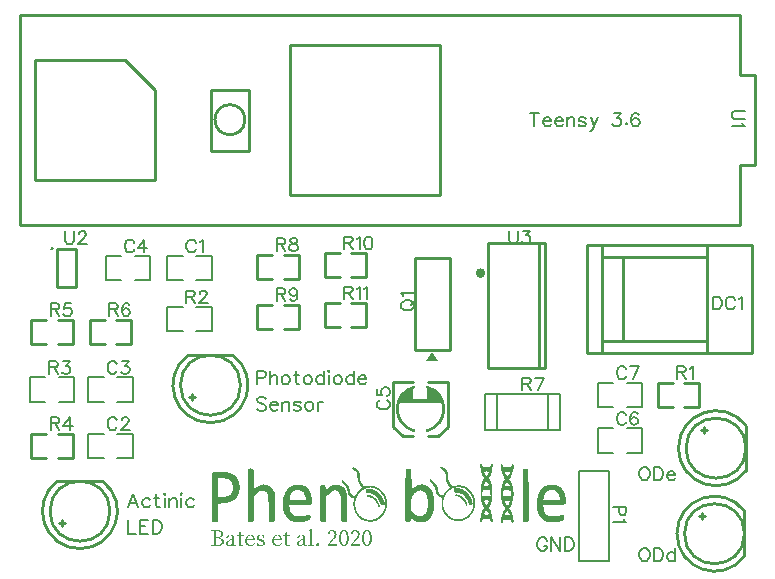
<source format=gto>
G04 Layer: TopSilkLayer*
G04 EasyEDA v6.3.22, 2020-03-24T12:14:19+11:00*
G04 be55d0e875064f4eac6341afbdbda93d,8b00c40d607e4de580d566db1ee26a9b,10*
G04 Gerber Generator version 0.2*
G04 Scale: 100 percent, Rotated: No, Reflected: No *
G04 Dimensions in millimeters *
G04 leading zeros omitted , absolute positions ,3 integer and 3 decimal *
%FSLAX33Y33*%
%MOMM*%
G90*
G71D02*

%ADD10C,0.254000*%
%ADD28C,0.199898*%
%ADD29C,0.127000*%
%ADD30C,0.203200*%
%ADD31C,0.202999*%
%ADD32C,0.399999*%
%ADD33C,0.152400*%

%LPD*%

%LPD*%
G36*
G01X36703Y9375D02*
G01X36665Y9377D01*
G01X36642Y9365D01*
G01X36623Y9338D01*
G01X36615Y9309D01*
G01X36619Y9277D01*
G01X36634Y9244D01*
G01X36661Y9207D01*
G01X36701Y9167D01*
G01X36752Y9124D01*
G01X36816Y9077D01*
G01X36869Y9040D01*
G01X36913Y9005D01*
G01X36951Y8970D01*
G01X36982Y8935D01*
G01X37007Y8898D01*
G01X37027Y8856D01*
G01X37042Y8810D01*
G01X37054Y8756D01*
G01X37062Y8695D01*
G01X37067Y8625D01*
G01X37069Y8543D01*
G01X37070Y8449D01*
G01X37072Y8369D01*
G01X37076Y8300D01*
G01X37085Y8237D01*
G01X37098Y8179D01*
G01X37117Y8122D01*
G01X37141Y8065D01*
G01X37173Y8004D01*
G01X37212Y7936D01*
G01X37270Y7844D01*
G01X37324Y7763D01*
G01X37367Y7704D01*
G01X37395Y7675D01*
G01X37391Y7644D01*
G01X37351Y7581D01*
G01X37281Y7496D01*
G01X37188Y7397D01*
G01X37137Y7345D01*
G01X37089Y7292D01*
G01X37044Y7241D01*
G01X37003Y7192D01*
G01X36969Y7147D01*
G01X36941Y7107D01*
G01X36921Y7075D01*
G01X36910Y7050D01*
G01X36895Y7012D01*
G01X36875Y6983D01*
G01X36849Y6965D01*
G01X36817Y6958D01*
G01X36778Y6960D01*
G01X36732Y6972D01*
G01X36679Y6994D01*
G01X36618Y7027D01*
G01X36570Y7061D01*
G01X36527Y7106D01*
G01X36487Y7162D01*
G01X36454Y7226D01*
G01X36426Y7297D01*
G01X36404Y7372D01*
G01X36391Y7449D01*
G01X36387Y7528D01*
G01X36382Y7567D01*
G01X36369Y7613D01*
G01X36349Y7665D01*
G01X36322Y7721D01*
G01X36288Y7780D01*
G01X36249Y7841D01*
G01X36207Y7903D01*
G01X36160Y7964D01*
G01X36111Y8024D01*
G01X36059Y8081D01*
G01X36007Y8134D01*
G01X35954Y8181D01*
G01X35860Y8256D01*
G01X35801Y8287D01*
G01X35759Y8277D01*
G01X35711Y8230D01*
G01X35674Y8183D01*
G01X35660Y8152D01*
G01X35670Y8132D01*
G01X35703Y8115D01*
G01X35744Y8088D01*
G01X35806Y8035D01*
G01X35881Y7961D01*
G01X35959Y7877D01*
G01X36008Y7819D01*
G01X36050Y7763D01*
G01X36087Y7708D01*
G01X36118Y7652D01*
G01X36145Y7594D01*
G01X36168Y7533D01*
G01X36187Y7468D01*
G01X36204Y7396D01*
G01X36222Y7314D01*
G01X36241Y7240D01*
G01X36261Y7174D01*
G01X36282Y7115D01*
G01X36305Y7063D01*
G01X36331Y7015D01*
G01X36359Y6974D01*
G01X36390Y6936D01*
G01X36425Y6901D01*
G01X36464Y6869D01*
G01X36508Y6839D01*
G01X36557Y6810D01*
G01X36726Y6714D01*
G01X36714Y6321D01*
G01X36712Y6240D01*
G01X36711Y6168D01*
G01X36712Y6104D01*
G01X36715Y6046D01*
G01X36719Y5993D01*
G01X36726Y5943D01*
G01X36737Y5895D01*
G01X36749Y5847D01*
G01X36765Y5798D01*
G01X36784Y5745D01*
G01X36808Y5688D01*
G01X36835Y5625D01*
G01X36859Y5572D01*
G01X36885Y5520D01*
G01X36912Y5471D01*
G01X36941Y5422D01*
G01X36971Y5376D01*
G01X37002Y5331D01*
G01X37034Y5288D01*
G01X37068Y5247D01*
G01X37103Y5207D01*
G01X37138Y5169D01*
G01X37175Y5133D01*
G01X37214Y5098D01*
G01X37252Y5065D01*
G01X37292Y5033D01*
G01X37332Y5004D01*
G01X37374Y4976D01*
G01X37416Y4949D01*
G01X37459Y4925D01*
G01X37503Y4902D01*
G01X37547Y4880D01*
G01X37592Y4861D01*
G01X37637Y4843D01*
G01X37682Y4827D01*
G01X37729Y4812D01*
G01X37775Y4799D01*
G01X37822Y4787D01*
G01X37869Y4778D01*
G01X37917Y4770D01*
G01X37964Y4764D01*
G01X38012Y4759D01*
G01X38060Y4756D01*
G01X38108Y4755D01*
G01X38156Y4756D01*
G01X38204Y4758D01*
G01X38252Y4761D01*
G01X38300Y4767D01*
G01X38347Y4774D01*
G01X38395Y4783D01*
G01X38442Y4794D01*
G01X38489Y4806D01*
G01X38535Y4820D01*
G01X38581Y4836D01*
G01X38627Y4853D01*
G01X38672Y4872D01*
G01X38716Y4893D01*
G01X38760Y4915D01*
G01X38804Y4939D01*
G01X38846Y4965D01*
G01X38888Y4992D01*
G01X38930Y5022D01*
G01X38970Y5052D01*
G01X39009Y5085D01*
G01X39048Y5119D01*
G01X39086Y5155D01*
G01X39122Y5192D01*
G01X39158Y5231D01*
G01X39192Y5273D01*
G01X39225Y5315D01*
G01X39257Y5359D01*
G01X39288Y5405D01*
G01X39318Y5453D01*
G01X39346Y5502D01*
G01X39373Y5553D01*
G01X39398Y5606D01*
G01X39425Y5666D01*
G01X39448Y5721D01*
G01X39468Y5772D01*
G01X39485Y5821D01*
G01X39498Y5869D01*
G01X39509Y5918D01*
G01X39518Y5968D01*
G01X39524Y6022D01*
G01X39529Y6080D01*
G01X39532Y6143D01*
G01X39533Y6214D01*
G01X39534Y6294D01*
G01X39533Y6371D01*
G01X39532Y6441D01*
G01X39529Y6503D01*
G01X39524Y6560D01*
G01X39519Y6612D01*
G01X39511Y6660D01*
G01X39502Y6706D01*
G01X39489Y6750D01*
G01X39475Y6793D01*
G01X39458Y6838D01*
G01X39439Y6884D01*
G01X39416Y6933D01*
G01X39386Y6992D01*
G01X39356Y7049D01*
G01X39325Y7102D01*
G01X39293Y7154D01*
G01X39260Y7203D01*
G01X39225Y7250D01*
G01X39190Y7295D01*
G01X39152Y7339D01*
G01X39113Y7380D01*
G01X39073Y7420D01*
G01X39031Y7458D01*
G01X38986Y7496D01*
G01X38940Y7532D01*
G01X38891Y7566D01*
G01X38841Y7600D01*
G01X38788Y7633D01*
G01X38739Y7662D01*
G01X38693Y7686D01*
G01X38651Y7707D01*
G01X38611Y7724D01*
G01X38569Y7738D01*
G01X38527Y7749D01*
G01X38483Y7757D01*
G01X38433Y7763D01*
G01X38378Y7766D01*
G01X38316Y7768D01*
G01X38246Y7769D01*
G01X38165Y7768D01*
G01X38086Y7767D01*
G01X38008Y7765D01*
G01X37934Y7762D01*
G01X37866Y7759D01*
G01X37805Y7756D01*
G01X37755Y7753D01*
G01X37715Y7749D01*
G01X37690Y7745D01*
G01X37666Y7744D01*
G01X37640Y7752D01*
G01X37613Y7767D01*
G01X37583Y7792D01*
G01X37551Y7826D01*
G01X37516Y7870D01*
G01X37477Y7924D01*
G01X37434Y7989D01*
G01X37398Y8045D01*
G01X37368Y8094D01*
G01X37343Y8141D01*
G01X37322Y8184D01*
G01X37304Y8228D01*
G01X37289Y8271D01*
G01X37278Y8317D01*
G01X37268Y8367D01*
G01X37260Y8423D01*
G01X37254Y8485D01*
G01X37248Y8555D01*
G01X37243Y8635D01*
G01X37235Y8756D01*
G01X37227Y8851D01*
G01X37216Y8926D01*
G01X37201Y8983D01*
G01X37181Y9031D01*
G01X37152Y9072D01*
G01X37114Y9114D01*
G01X37066Y9159D01*
G01X37002Y9213D01*
G01X36936Y9261D01*
G01X36871Y9303D01*
G01X36808Y9337D01*
G01X36751Y9361D01*
G01X36703Y9375D01*
G37*

%LPC*%
G36*
G01X37763Y7373D02*
G01X37749Y7563D01*
G01X37735Y7559D01*
G01X37680Y7540D01*
G01X37626Y7517D01*
G01X37574Y7493D01*
G01X37522Y7466D01*
G01X37473Y7435D01*
G01X37424Y7403D01*
G01X37377Y7368D01*
G01X37331Y7330D01*
G01X37287Y7290D01*
G01X37245Y7249D01*
G01X37204Y7205D01*
G01X37166Y7159D01*
G01X37129Y7112D01*
G01X37094Y7062D01*
G01X37061Y7011D01*
G01X37030Y6959D01*
G01X37002Y6904D01*
G01X36975Y6849D01*
G01X36951Y6792D01*
G01X36930Y6735D01*
G01X36910Y6676D01*
G01X36894Y6616D01*
G01X36879Y6555D01*
G01X36868Y6494D01*
G01X36859Y6432D01*
G01X36854Y6369D01*
G01X36851Y6306D01*
G01X36851Y6242D01*
G01X36854Y6178D01*
G01X36860Y6109D01*
G01X36869Y6042D01*
G01X36880Y5977D01*
G01X36893Y5915D01*
G01X36909Y5854D01*
G01X36927Y5795D01*
G01X36948Y5737D01*
G01X36972Y5681D01*
G01X36999Y5627D01*
G01X37028Y5573D01*
G01X37060Y5521D01*
G01X37095Y5469D01*
G01X37134Y5418D01*
G01X37175Y5367D01*
G01X37220Y5317D01*
G01X37268Y5266D01*
G01X37313Y5223D01*
G01X37359Y5183D01*
G01X37407Y5146D01*
G01X37456Y5111D01*
G01X37506Y5079D01*
G01X37557Y5050D01*
G01X37610Y5024D01*
G01X37663Y5000D01*
G01X37717Y4979D01*
G01X37772Y4961D01*
G01X37827Y4946D01*
G01X37884Y4934D01*
G01X37940Y4924D01*
G01X37997Y4917D01*
G01X38054Y4913D01*
G01X38111Y4912D01*
G01X38169Y4914D01*
G01X38226Y4918D01*
G01X38283Y4926D01*
G01X38340Y4936D01*
G01X38397Y4949D01*
G01X38454Y4964D01*
G01X38509Y4983D01*
G01X38564Y5004D01*
G01X38619Y5028D01*
G01X38673Y5055D01*
G01X38726Y5085D01*
G01X38778Y5117D01*
G01X38829Y5152D01*
G01X38879Y5190D01*
G01X38928Y5231D01*
G01X38975Y5274D01*
G01X39014Y5314D01*
G01X39053Y5358D01*
G01X39091Y5407D01*
G01X39128Y5457D01*
G01X39165Y5511D01*
G01X39199Y5567D01*
G01X39232Y5623D01*
G01X39263Y5680D01*
G01X39292Y5737D01*
G01X39317Y5794D01*
G01X39340Y5849D01*
G01X39359Y5903D01*
G01X39375Y5954D01*
G01X39386Y6002D01*
G01X39393Y6047D01*
G01X39396Y6087D01*
G01X39392Y6144D01*
G01X39373Y6171D01*
G01X39328Y6172D01*
G01X39249Y6149D01*
G01X39181Y6129D01*
G01X39129Y6115D01*
G01X39091Y6110D01*
G01X39064Y6115D01*
G01X39045Y6132D01*
G01X39031Y6162D01*
G01X39019Y6206D01*
G01X39007Y6265D01*
G01X38996Y6309D01*
G01X38981Y6356D01*
G01X38961Y6406D01*
G01X38937Y6457D01*
G01X38910Y6510D01*
G01X38879Y6563D01*
G01X38846Y6617D01*
G01X38811Y6670D01*
G01X38774Y6722D01*
G01X38735Y6772D01*
G01X38695Y6820D01*
G01X38655Y6866D01*
G01X38614Y6907D01*
G01X38573Y6945D01*
G01X38534Y6978D01*
G01X38495Y7006D01*
G01X38454Y7030D01*
G01X38406Y7053D01*
G01X38353Y7075D01*
G01X38296Y7095D01*
G01X38236Y7113D01*
G01X38174Y7127D01*
G01X38112Y7139D01*
G01X38051Y7148D01*
G01X37777Y7178D01*
G01X37763Y7373D01*
G37*
G36*
G01X38178Y7610D02*
G01X38108Y7611D01*
G01X38039Y7609D01*
G01X37971Y7604D01*
G01X37904Y7597D01*
G01X37847Y7587D01*
G01X37790Y7574D01*
G01X37760Y7566D01*
G01X38069Y7542D01*
G01X38159Y7533D01*
G01X38240Y7522D01*
G01X38311Y7507D01*
G01X38378Y7487D01*
G01X38443Y7463D01*
G01X38508Y7432D01*
G01X38578Y7392D01*
G01X38653Y7345D01*
G01X38698Y7314D01*
G01X38743Y7281D01*
G01X38787Y7246D01*
G01X38831Y7208D01*
G01X38873Y7169D01*
G01X38914Y7128D01*
G01X38954Y7085D01*
G01X38994Y7041D01*
G01X39032Y6995D01*
G01X39068Y6949D01*
G01X39103Y6901D01*
G01X39136Y6853D01*
G01X39167Y6804D01*
G01X39196Y6754D01*
G01X39224Y6704D01*
G01X39249Y6653D01*
G01X39272Y6603D01*
G01X39292Y6553D01*
G01X39311Y6502D01*
G01X39326Y6453D01*
G01X39390Y6228D01*
G01X39393Y6417D01*
G01X39392Y6464D01*
G01X39387Y6512D01*
G01X39379Y6562D01*
G01X39366Y6614D01*
G01X39351Y6666D01*
G01X39332Y6720D01*
G01X39311Y6774D01*
G01X39287Y6829D01*
G01X39260Y6883D01*
G01X39231Y6937D01*
G01X39200Y6991D01*
G01X39167Y7043D01*
G01X39132Y7095D01*
G01X39095Y7145D01*
G01X39057Y7194D01*
G01X39017Y7241D01*
G01X38977Y7285D01*
G01X38935Y7327D01*
G01X38892Y7367D01*
G01X38850Y7403D01*
G01X38807Y7436D01*
G01X38763Y7465D01*
G01X38719Y7491D01*
G01X38676Y7512D01*
G01X38625Y7533D01*
G01X38570Y7551D01*
G01X38511Y7567D01*
G01X38449Y7580D01*
G01X38383Y7592D01*
G01X38316Y7600D01*
G01X38247Y7606D01*
G01X38178Y7610D01*
G37*

%LPD*%
G36*
G01X37990Y7022D02*
G01X37941Y7023D01*
G01X37903Y7015D01*
G01X37867Y6996D01*
G01X37847Y6972D01*
G01X37840Y6945D01*
G01X37848Y6918D01*
G01X37866Y6893D01*
G01X37896Y6872D01*
G01X37936Y6858D01*
G01X37985Y6853D01*
G01X38031Y6851D01*
G01X38078Y6844D01*
G01X38124Y6834D01*
G01X38170Y6819D01*
G01X38216Y6801D01*
G01X38261Y6779D01*
G01X38305Y6753D01*
G01X38348Y6724D01*
G01X38390Y6692D01*
G01X38431Y6657D01*
G01X38470Y6618D01*
G01X38508Y6577D01*
G01X38545Y6533D01*
G01X38579Y6486D01*
G01X38611Y6437D01*
G01X38642Y6386D01*
G01X38669Y6332D01*
G01X38695Y6276D01*
G01X38718Y6218D01*
G01X38739Y6158D01*
G01X38762Y6090D01*
G01X38786Y6040D01*
G01X38808Y6009D01*
G01X38829Y5995D01*
G01X38848Y6002D01*
G01X38864Y6026D01*
G01X38877Y6070D01*
G01X38887Y6132D01*
G01X38888Y6170D01*
G01X38882Y6213D01*
G01X38871Y6259D01*
G01X38854Y6308D01*
G01X38833Y6360D01*
G01X38807Y6413D01*
G01X38778Y6467D01*
G01X38745Y6521D01*
G01X38709Y6574D01*
G01X38670Y6626D01*
G01X38630Y6676D01*
G01X38588Y6722D01*
G01X38546Y6765D01*
G01X38502Y6804D01*
G01X38459Y6837D01*
G01X38416Y6865D01*
G01X38339Y6906D01*
G01X38262Y6942D01*
G01X38186Y6972D01*
G01X38115Y6996D01*
G01X38049Y7012D01*
G01X37990Y7022D01*
G37*

%LPD*%
G36*
G01X29237Y9344D02*
G01X29212Y9344D01*
G01X29192Y9332D01*
G01X29177Y9309D01*
G01X29164Y9274D01*
G01X29143Y9206D01*
G01X29152Y9162D01*
G01X29205Y9118D01*
G01X29320Y9052D01*
G01X29370Y9022D01*
G01X29413Y8991D01*
G01X29451Y8958D01*
G01X29483Y8923D01*
G01X29511Y8883D01*
G01X29534Y8840D01*
G01X29553Y8793D01*
G01X29568Y8741D01*
G01X29579Y8682D01*
G01X29586Y8618D01*
G01X29591Y8547D01*
G01X29592Y8468D01*
G01X29595Y8403D01*
G01X29603Y8335D01*
G01X29616Y8265D01*
G01X29633Y8194D01*
G01X29655Y8122D01*
G01X29681Y8052D01*
G01X29710Y7983D01*
G01X29742Y7917D01*
G01X29777Y7854D01*
G01X29814Y7796D01*
G01X29854Y7743D01*
G01X29894Y7697D01*
G01X29999Y7589D01*
G01X29824Y7450D01*
G01X29786Y7418D01*
G01X29745Y7380D01*
G01X29704Y7338D01*
G01X29662Y7292D01*
G01X29621Y7246D01*
G01X29582Y7198D01*
G01X29548Y7152D01*
G01X29518Y7108D01*
G01X29469Y7035D01*
G01X29427Y6980D01*
G01X29389Y6942D01*
G01X29352Y6919D01*
G01X29314Y6911D01*
G01X29271Y6916D01*
G01X29220Y6933D01*
G01X29160Y6962D01*
G01X29127Y6981D01*
G01X29098Y7006D01*
G01X29072Y7039D01*
G01X29047Y7081D01*
G01X29024Y7133D01*
G01X29000Y7198D01*
G01X28975Y7278D01*
G01X28948Y7374D01*
G01X28928Y7447D01*
G01X28906Y7519D01*
G01X28883Y7589D01*
G01X28860Y7654D01*
G01X28837Y7711D01*
G01X28815Y7761D01*
G01X28795Y7801D01*
G01X28778Y7828D01*
G01X28745Y7868D01*
G01X28707Y7913D01*
G01X28663Y7959D01*
G01X28617Y8006D01*
G01X28568Y8053D01*
G01X28520Y8098D01*
G01X28473Y8140D01*
G01X28430Y8177D01*
G01X28390Y8208D01*
G01X28356Y8232D01*
G01X28330Y8247D01*
G01X28312Y8253D01*
G01X28273Y8245D01*
G01X28251Y8224D01*
G01X28247Y8189D01*
G01X28259Y8143D01*
G01X28287Y8084D01*
G01X28332Y8016D01*
G01X28392Y7937D01*
G01X28466Y7850D01*
G01X28534Y7773D01*
G01X28589Y7706D01*
G01X28634Y7645D01*
G01X28669Y7589D01*
G01X28696Y7534D01*
G01X28717Y7480D01*
G01X28732Y7422D01*
G01X28743Y7360D01*
G01X28760Y7264D01*
G01X28785Y7164D01*
G01X28813Y7071D01*
G01X28842Y6999D01*
G01X28874Y6943D01*
G01X28916Y6890D01*
G01X28967Y6840D01*
G01X29023Y6796D01*
G01X29081Y6757D01*
G01X29141Y6728D01*
G01X29199Y6710D01*
G01X29253Y6703D01*
G01X29285Y6698D01*
G01X29303Y6683D01*
G01X29307Y6656D01*
G01X29298Y6618D01*
G01X29282Y6565D01*
G01X29268Y6510D01*
G01X29258Y6451D01*
G01X29250Y6391D01*
G01X29245Y6329D01*
G01X29243Y6265D01*
G01X29244Y6199D01*
G01X29247Y6133D01*
G01X29253Y6066D01*
G01X29261Y5997D01*
G01X29272Y5930D01*
G01X29286Y5862D01*
G01X29302Y5795D01*
G01X29320Y5728D01*
G01X29341Y5662D01*
G01X29364Y5598D01*
G01X29390Y5535D01*
G01X29418Y5475D01*
G01X29448Y5416D01*
G01X29480Y5360D01*
G01X29512Y5309D01*
G01X29547Y5260D01*
G01X29583Y5213D01*
G01X29620Y5168D01*
G01X29660Y5125D01*
G01X29701Y5084D01*
G01X29744Y5045D01*
G01X29788Y5008D01*
G01X29833Y4973D01*
G01X29880Y4941D01*
G01X29927Y4910D01*
G01X29977Y4881D01*
G01X30026Y4855D01*
G01X30077Y4831D01*
G01X30128Y4809D01*
G01X30181Y4788D01*
G01X30234Y4770D01*
G01X30288Y4754D01*
G01X30342Y4741D01*
G01X30397Y4729D01*
G01X30452Y4720D01*
G01X30507Y4712D01*
G01X30563Y4707D01*
G01X30619Y4705D01*
G01X30675Y4704D01*
G01X30730Y4705D01*
G01X30786Y4709D01*
G01X30842Y4715D01*
G01X30898Y4723D01*
G01X30952Y4734D01*
G01X31007Y4746D01*
G01X31061Y4761D01*
G01X31115Y4778D01*
G01X31168Y4798D01*
G01X31220Y4819D01*
G01X31271Y4843D01*
G01X31322Y4870D01*
G01X31371Y4899D01*
G01X31420Y4930D01*
G01X31467Y4963D01*
G01X31513Y4998D01*
G01X31558Y5036D01*
G01X31602Y5076D01*
G01X31644Y5119D01*
G01X31684Y5163D01*
G01X31722Y5209D01*
G01X31759Y5255D01*
G01X31793Y5303D01*
G01X31825Y5351D01*
G01X31856Y5400D01*
G01X31885Y5450D01*
G01X31911Y5502D01*
G01X31936Y5553D01*
G01X31959Y5606D01*
G01X31980Y5660D01*
G01X31999Y5713D01*
G01X32017Y5768D01*
G01X32032Y5823D01*
G01X32046Y5878D01*
G01X32057Y5933D01*
G01X32067Y5989D01*
G01X32075Y6045D01*
G01X32081Y6101D01*
G01X32085Y6157D01*
G01X32087Y6213D01*
G01X32088Y6270D01*
G01X32086Y6326D01*
G01X32083Y6382D01*
G01X32078Y6437D01*
G01X32071Y6492D01*
G01X32061Y6547D01*
G01X32051Y6601D01*
G01X32038Y6656D01*
G01X32023Y6709D01*
G01X32007Y6762D01*
G01X31988Y6814D01*
G01X31968Y6866D01*
G01X31946Y6916D01*
G01X31922Y6966D01*
G01X31896Y7014D01*
G01X31868Y7062D01*
G01X31838Y7109D01*
G01X31807Y7155D01*
G01X31773Y7199D01*
G01X31738Y7243D01*
G01X31701Y7284D01*
G01X31662Y7325D01*
G01X31621Y7364D01*
G01X31577Y7403D01*
G01X31531Y7440D01*
G01X31483Y7475D01*
G01X31434Y7508D01*
G01X31383Y7540D01*
G01X31331Y7569D01*
G01X31279Y7597D01*
G01X31225Y7622D01*
G01X31170Y7645D01*
G01X31115Y7666D01*
G01X31059Y7685D01*
G01X31003Y7701D01*
G01X30947Y7716D01*
G01X30890Y7728D01*
G01X30835Y7738D01*
G01X30779Y7745D01*
G01X30723Y7750D01*
G01X30668Y7753D01*
G01X30614Y7753D01*
G01X30560Y7750D01*
G01X30507Y7744D01*
G01X30456Y7737D01*
G01X30406Y7726D01*
G01X30358Y7713D01*
G01X30303Y7698D01*
G01X30259Y7689D01*
G01X30222Y7688D01*
G01X30189Y7696D01*
G01X30157Y7716D01*
G01X30122Y7748D01*
G01X30080Y7793D01*
G01X30029Y7855D01*
G01X29988Y7907D01*
G01X29952Y7961D01*
G01X29919Y8017D01*
G01X29889Y8076D01*
G01X29863Y8136D01*
G01X29841Y8199D01*
G01X29823Y8264D01*
G01X29807Y8332D01*
G01X29796Y8404D01*
G01X29788Y8478D01*
G01X29783Y8556D01*
G01X29780Y8638D01*
G01X29779Y8705D01*
G01X29774Y8765D01*
G01X29766Y8820D01*
G01X29755Y8871D01*
G01X29738Y8918D01*
G01X29717Y8962D01*
G01X29691Y9003D01*
G01X29659Y9043D01*
G01X29621Y9083D01*
G01X29576Y9123D01*
G01X29525Y9164D01*
G01X29466Y9206D01*
G01X29384Y9262D01*
G01X29321Y9304D01*
G01X29273Y9330D01*
G01X29237Y9344D01*
G37*

%LPC*%
G36*
G01X30722Y7595D02*
G01X30668Y7596D01*
G01X30613Y7593D01*
G01X30559Y7587D01*
G01X30504Y7577D01*
G01X30448Y7565D01*
G01X30391Y7548D01*
G01X30333Y7529D01*
G01X30274Y7506D01*
G01X30212Y7479D01*
G01X30161Y7455D01*
G01X30111Y7428D01*
G01X30062Y7401D01*
G01X30016Y7371D01*
G01X29970Y7339D01*
G01X29926Y7306D01*
G01X29884Y7271D01*
G01X29844Y7234D01*
G01X29805Y7197D01*
G01X29768Y7158D01*
G01X29732Y7117D01*
G01X29698Y7075D01*
G01X29666Y7031D01*
G01X29636Y6987D01*
G01X29607Y6941D01*
G01X29580Y6894D01*
G01X29555Y6846D01*
G01X29533Y6797D01*
G01X29511Y6747D01*
G01X29492Y6696D01*
G01X29474Y6644D01*
G01X29459Y6591D01*
G01X29445Y6537D01*
G01X29434Y6483D01*
G01X29424Y6428D01*
G01X29417Y6373D01*
G01X29411Y6316D01*
G01X29408Y6260D01*
G01X29406Y6202D01*
G01X29407Y6145D01*
G01X29410Y6086D01*
G01X29415Y6028D01*
G01X29422Y5969D01*
G01X29431Y5910D01*
G01X29443Y5851D01*
G01X29457Y5792D01*
G01X29473Y5737D01*
G01X29491Y5683D01*
G01X29512Y5630D01*
G01X29535Y5579D01*
G01X29561Y5529D01*
G01X29589Y5480D01*
G01X29620Y5433D01*
G01X29652Y5387D01*
G01X29687Y5343D01*
G01X29724Y5299D01*
G01X29762Y5259D01*
G01X29802Y5219D01*
G01X29845Y5182D01*
G01X29888Y5146D01*
G01X29933Y5112D01*
G01X29979Y5080D01*
G01X30026Y5050D01*
G01X30075Y5022D01*
G01X30125Y4995D01*
G01X30176Y4971D01*
G01X30227Y4950D01*
G01X30280Y4930D01*
G01X30333Y4913D01*
G01X30386Y4898D01*
G01X30440Y4886D01*
G01X30495Y4876D01*
G01X30550Y4868D01*
G01X30604Y4864D01*
G01X30659Y4861D01*
G01X30714Y4862D01*
G01X30769Y4865D01*
G01X30823Y4871D01*
G01X30878Y4879D01*
G01X30932Y4891D01*
G01X30985Y4905D01*
G01X31038Y4923D01*
G01X31096Y4945D01*
G01X31153Y4970D01*
G01X31208Y4997D01*
G01X31261Y5026D01*
G01X31312Y5057D01*
G01X31361Y5089D01*
G01X31409Y5124D01*
G01X31455Y5160D01*
G01X31499Y5199D01*
G01X31540Y5240D01*
G01X31580Y5282D01*
G01X31618Y5326D01*
G01X31655Y5372D01*
G01X31689Y5420D01*
G01X31721Y5470D01*
G01X31752Y5521D01*
G01X31779Y5575D01*
G01X31806Y5630D01*
G01X31830Y5687D01*
G01X31853Y5746D01*
G01X31872Y5806D01*
G01X31891Y5868D01*
G01X31907Y5932D01*
G01X31921Y5998D01*
G01X31931Y6056D01*
G01X31938Y6114D01*
G01X31943Y6172D01*
G01X31945Y6230D01*
G01X31944Y6287D01*
G01X31941Y6345D01*
G01X31935Y6402D01*
G01X31927Y6459D01*
G01X31917Y6516D01*
G01X31904Y6571D01*
G01X31889Y6627D01*
G01X31872Y6682D01*
G01X31853Y6736D01*
G01X31831Y6789D01*
G01X31807Y6841D01*
G01X31782Y6892D01*
G01X31754Y6942D01*
G01X31724Y6991D01*
G01X31693Y7038D01*
G01X31659Y7085D01*
G01X31624Y7129D01*
G01X31587Y7172D01*
G01X31548Y7213D01*
G01X31508Y7253D01*
G01X31466Y7291D01*
G01X31422Y7326D01*
G01X31377Y7360D01*
G01X31330Y7392D01*
G01X31282Y7422D01*
G01X31232Y7449D01*
G01X31182Y7474D01*
G01X31129Y7497D01*
G01X31066Y7521D01*
G01X31006Y7541D01*
G01X30946Y7559D01*
G01X30889Y7573D01*
G01X30833Y7584D01*
G01X30777Y7591D01*
G01X30722Y7595D01*
G37*

%LPD*%
G36*
G01X30468Y7503D02*
G01X30420Y7503D01*
G01X30379Y7499D01*
G01X30345Y7491D01*
G01X30320Y7479D01*
G01X30305Y7465D01*
G01X30296Y7432D01*
G01X30293Y7383D01*
G01X30296Y7322D01*
G01X30305Y7258D01*
G01X30326Y7172D01*
G01X30360Y7125D01*
G01X30426Y7106D01*
G01X30544Y7102D01*
G01X30596Y7100D01*
G01X30648Y7094D01*
G01X30699Y7086D01*
G01X30750Y7074D01*
G01X30800Y7059D01*
G01X30850Y7041D01*
G01X30899Y7020D01*
G01X30947Y6996D01*
G01X30995Y6969D01*
G01X31041Y6939D01*
G01X31086Y6907D01*
G01X31130Y6873D01*
G01X31173Y6835D01*
G01X31215Y6796D01*
G01X31254Y6754D01*
G01X31293Y6709D01*
G01X31329Y6663D01*
G01X31364Y6614D01*
G01X31397Y6564D01*
G01X31428Y6511D01*
G01X31457Y6457D01*
G01X31484Y6401D01*
G01X31508Y6343D01*
G01X31531Y6283D01*
G01X31557Y6209D01*
G01X31579Y6152D01*
G01X31600Y6112D01*
G01X31621Y6086D01*
G01X31644Y6072D01*
G01X31673Y6068D01*
G01X31708Y6072D01*
G01X31754Y6081D01*
G01X31810Y6096D01*
G01X31859Y6111D01*
G01X31896Y6124D01*
G01X31915Y6135D01*
G01X31916Y6165D01*
G01X31904Y6232D01*
G01X31881Y6325D01*
G01X31849Y6435D01*
G01X31831Y6488D01*
G01X31811Y6541D01*
G01X31788Y6594D01*
G01X31762Y6647D01*
G01X31734Y6700D01*
G01X31704Y6752D01*
G01X31671Y6804D01*
G01X31637Y6854D01*
G01X31601Y6904D01*
G01X31563Y6953D01*
G01X31524Y7000D01*
G01X31483Y7046D01*
G01X31441Y7090D01*
G01X31398Y7132D01*
G01X31354Y7173D01*
G01X31310Y7211D01*
G01X31264Y7247D01*
G01X31218Y7280D01*
G01X31172Y7310D01*
G01X31126Y7338D01*
G01X31076Y7362D01*
G01X31021Y7386D01*
G01X30962Y7408D01*
G01X30900Y7428D01*
G01X30836Y7446D01*
G01X30770Y7463D01*
G01X30705Y7476D01*
G01X30642Y7487D01*
G01X30580Y7496D01*
G01X30522Y7501D01*
G01X30468Y7503D01*
G37*

%LPD*%
G36*
G01X30577Y6951D02*
G01X30525Y6953D01*
G01X30444Y6949D01*
G01X30396Y6936D01*
G01X30376Y6909D01*
G01X30378Y6866D01*
G01X30390Y6833D01*
G01X30408Y6808D01*
G01X30430Y6793D01*
G01X30455Y6792D01*
G01X30496Y6792D01*
G01X30566Y6780D01*
G01X30653Y6760D01*
G01X30749Y6732D01*
G01X30813Y6710D01*
G01X30869Y6686D01*
G01X30920Y6659D01*
G01X30966Y6628D01*
G01X31009Y6592D01*
G01X31050Y6550D01*
G01X31091Y6501D01*
G01X31134Y6442D01*
G01X31165Y6397D01*
G01X31195Y6348D01*
G01X31223Y6299D01*
G01X31249Y6250D01*
G01X31270Y6204D01*
G01X31289Y6161D01*
G01X31302Y6122D01*
G01X31311Y6090D01*
G01X31327Y6029D01*
G01X31352Y5987D01*
G01X31384Y5961D01*
G01X31425Y5953D01*
G01X31467Y5958D01*
G01X31489Y5976D01*
G01X31493Y6010D01*
G01X31482Y6066D01*
G01X31462Y6131D01*
G01X31440Y6194D01*
G01X31415Y6255D01*
G01X31388Y6314D01*
G01X31359Y6372D01*
G01X31328Y6427D01*
G01X31295Y6480D01*
G01X31261Y6530D01*
G01X31224Y6578D01*
G01X31186Y6624D01*
G01X31147Y6666D01*
G01X31105Y6707D01*
G01X31062Y6745D01*
G01X31018Y6779D01*
G01X30973Y6811D01*
G01X30927Y6840D01*
G01X30879Y6866D01*
G01X30831Y6888D01*
G01X30781Y6908D01*
G01X30731Y6924D01*
G01X30681Y6936D01*
G01X30629Y6945D01*
G01X30577Y6951D01*
G37*

%LPD*%
G36*
G01X46064Y7846D02*
G01X45990Y7846D01*
G01X45916Y7842D01*
G01X45845Y7835D01*
G01X45776Y7826D01*
G01X45711Y7812D01*
G01X45651Y7796D01*
G01X45601Y7779D01*
G01X45551Y7759D01*
G01X45504Y7736D01*
G01X45457Y7712D01*
G01X45412Y7686D01*
G01X45368Y7657D01*
G01X45326Y7625D01*
G01X45285Y7592D01*
G01X45246Y7556D01*
G01X45207Y7518D01*
G01X45171Y7479D01*
G01X45136Y7437D01*
G01X45102Y7393D01*
G01X45070Y7347D01*
G01X45040Y7299D01*
G01X45011Y7250D01*
G01X44983Y7198D01*
G01X44958Y7146D01*
G01X44933Y7090D01*
G01X44911Y7034D01*
G01X44890Y6975D01*
G01X44871Y6915D01*
G01X44853Y6853D01*
G01X44838Y6790D01*
G01X44824Y6725D01*
G01X44812Y6659D01*
G01X44802Y6591D01*
G01X44793Y6522D01*
G01X44786Y6452D01*
G01X44782Y6380D01*
G01X44779Y6307D01*
G01X44778Y6232D01*
G01X44779Y6159D01*
G01X44781Y6087D01*
G01X44785Y6017D01*
G01X44790Y5949D01*
G01X44797Y5883D01*
G01X44806Y5818D01*
G01X44816Y5755D01*
G01X44828Y5693D01*
G01X44842Y5633D01*
G01X44856Y5575D01*
G01X44873Y5518D01*
G01X44891Y5463D01*
G01X44911Y5410D01*
G01X44932Y5358D01*
G01X44955Y5309D01*
G01X44979Y5260D01*
G01X45005Y5214D01*
G01X45033Y5169D01*
G01X45062Y5126D01*
G01X45092Y5085D01*
G01X45124Y5045D01*
G01X45158Y5008D01*
G01X45193Y4972D01*
G01X45230Y4937D01*
G01X45268Y4905D01*
G01X45308Y4874D01*
G01X45350Y4844D01*
G01X45393Y4817D01*
G01X45443Y4787D01*
G01X45488Y4761D01*
G01X45532Y4741D01*
G01X45574Y4723D01*
G01X45618Y4710D01*
G01X45666Y4699D01*
G01X45720Y4691D01*
G01X45781Y4685D01*
G01X45852Y4681D01*
G01X45935Y4679D01*
G01X46032Y4678D01*
G01X46250Y4678D01*
G01X46342Y4680D01*
G01X46423Y4682D01*
G01X46494Y4686D01*
G01X46558Y4691D01*
G01X46614Y4698D01*
G01X46665Y4707D01*
G01X46712Y4718D01*
G01X46756Y4732D01*
G01X46799Y4747D01*
G01X46842Y4766D01*
G01X46887Y4787D01*
G01X46954Y4823D01*
G01X47007Y4853D01*
G01X47045Y4881D01*
G01X47072Y4910D01*
G01X47089Y4942D01*
G01X47098Y4981D01*
G01X47102Y5030D01*
G01X47103Y5092D01*
G01X47101Y5169D01*
G01X47096Y5237D01*
G01X47088Y5288D01*
G01X47078Y5314D01*
G01X47046Y5317D01*
G01X46977Y5306D01*
G01X46882Y5281D01*
G01X46770Y5245D01*
G01X46696Y5222D01*
G01X46622Y5201D01*
G01X46547Y5184D01*
G01X46472Y5169D01*
G01X46398Y5158D01*
G01X46324Y5151D01*
G01X46251Y5146D01*
G01X46181Y5144D01*
G01X46111Y5146D01*
G01X46044Y5150D01*
G01X45980Y5158D01*
G01X45918Y5168D01*
G01X45860Y5183D01*
G01X45804Y5200D01*
G01X45754Y5220D01*
G01X45707Y5244D01*
G01X45658Y5274D01*
G01X45613Y5307D01*
G01X45572Y5344D01*
G01X45535Y5385D01*
G01X45501Y5430D01*
G01X45470Y5479D01*
G01X45443Y5534D01*
G01X45419Y5594D01*
G01X45397Y5659D01*
G01X45379Y5730D01*
G01X45362Y5807D01*
G01X45349Y5890D01*
G01X45317Y6103D01*
G01X46437Y6103D01*
G01X46540Y6104D01*
G01X46633Y6105D01*
G01X46718Y6107D01*
G01X46794Y6110D01*
G01X46863Y6114D01*
G01X46924Y6120D01*
G01X46979Y6126D01*
G01X47026Y6135D01*
G01X47068Y6145D01*
G01X47103Y6156D01*
G01X47134Y6171D01*
G01X47159Y6187D01*
G01X47181Y6206D01*
G01X47198Y6227D01*
G01X47211Y6251D01*
G01X47221Y6278D01*
G01X47229Y6308D01*
G01X47234Y6341D01*
G01X47237Y6378D01*
G01X47239Y6418D01*
G01X47240Y6462D01*
G01X47240Y6510D01*
G01X47239Y6574D01*
G01X47235Y6637D01*
G01X47230Y6699D01*
G01X47222Y6760D01*
G01X47211Y6821D01*
G01X47199Y6881D01*
G01X47185Y6940D01*
G01X47168Y6997D01*
G01X47150Y7054D01*
G01X47130Y7109D01*
G01X47107Y7163D01*
G01X47083Y7215D01*
G01X47058Y7265D01*
G01X47030Y7315D01*
G01X47001Y7362D01*
G01X46971Y7407D01*
G01X46938Y7451D01*
G01X46905Y7493D01*
G01X46869Y7532D01*
G01X46833Y7569D01*
G01X46795Y7604D01*
G01X46756Y7637D01*
G01X46715Y7667D01*
G01X46674Y7695D01*
G01X46631Y7720D01*
G01X46587Y7742D01*
G01X46542Y7761D01*
G01X46497Y7778D01*
G01X46430Y7797D01*
G01X46361Y7813D01*
G01X46289Y7826D01*
G01X46215Y7836D01*
G01X46140Y7843D01*
G01X46064Y7846D01*
G37*

%LPC*%
G36*
G01X46039Y7383D02*
G01X45979Y7383D01*
G01X45921Y7380D01*
G01X45867Y7374D01*
G01X45821Y7364D01*
G01X45782Y7350D01*
G01X45727Y7322D01*
G01X45675Y7289D01*
G01X45628Y7252D01*
G01X45583Y7210D01*
G01X45542Y7164D01*
G01X45504Y7114D01*
G01X45470Y7058D01*
G01X45439Y6999D01*
G01X45412Y6935D01*
G01X45388Y6866D01*
G01X45367Y6793D01*
G01X45350Y6715D01*
G01X45318Y6553D01*
G01X46746Y6553D01*
G01X46715Y6715D01*
G01X46702Y6772D01*
G01X46685Y6830D01*
G01X46665Y6888D01*
G01X46642Y6946D01*
G01X46617Y7004D01*
G01X46589Y7059D01*
G01X46561Y7112D01*
G01X46531Y7160D01*
G01X46501Y7204D01*
G01X46470Y7242D01*
G01X46441Y7273D01*
G01X46412Y7296D01*
G01X46376Y7316D01*
G01X46332Y7335D01*
G01X46280Y7350D01*
G01X46223Y7362D01*
G01X46163Y7372D01*
G01X46102Y7379D01*
G01X46039Y7383D01*
G37*

%LPD*%
G36*
G01X27824Y7847D02*
G01X27768Y7847D01*
G01X27712Y7844D01*
G01X27656Y7836D01*
G01X27600Y7826D01*
G01X27544Y7813D01*
G01X27489Y7796D01*
G01X27434Y7776D01*
G01X27395Y7759D01*
G01X27352Y7736D01*
G01X27307Y7710D01*
G01X27259Y7681D01*
G01X27212Y7650D01*
G01X27166Y7617D01*
G01X27122Y7585D01*
G01X27084Y7552D01*
G01X26907Y7400D01*
G01X26893Y7589D01*
G01X26881Y7695D01*
G01X26855Y7753D01*
G01X26802Y7781D01*
G01X26705Y7794D01*
G01X26676Y7796D01*
G01X26650Y7798D01*
G01X26625Y7800D01*
G01X26602Y7801D01*
G01X26581Y7801D01*
G01X26561Y7799D01*
G01X26543Y7795D01*
G01X26526Y7790D01*
G01X26510Y7782D01*
G01X26496Y7771D01*
G01X26483Y7758D01*
G01X26471Y7740D01*
G01X26461Y7720D01*
G01X26452Y7696D01*
G01X26443Y7667D01*
G01X26436Y7634D01*
G01X26429Y7597D01*
G01X26424Y7554D01*
G01X26419Y7506D01*
G01X26414Y7452D01*
G01X26411Y7392D01*
G01X26408Y7327D01*
G01X26406Y7254D01*
G01X26404Y7175D01*
G01X26403Y7089D01*
G01X26402Y6995D01*
G01X26401Y6894D01*
G01X26401Y6784D01*
G01X26400Y6666D01*
G01X26400Y6259D01*
G01X26401Y6162D01*
G01X26401Y5971D01*
G01X26402Y5878D01*
G01X26402Y5787D01*
G01X26403Y5699D01*
G01X26404Y5613D01*
G01X26405Y5531D01*
G01X26406Y5451D01*
G01X26408Y5375D01*
G01X26409Y5301D01*
G01X26411Y5232D01*
G01X26412Y5167D01*
G01X26414Y5106D01*
G01X26416Y5049D01*
G01X26418Y4997D01*
G01X26420Y4949D01*
G01X26422Y4907D01*
G01X26424Y4870D01*
G01X26426Y4839D01*
G01X26428Y4813D01*
G01X26430Y4793D01*
G01X26432Y4780D01*
G01X26435Y4773D01*
G01X26462Y4743D01*
G01X26500Y4718D01*
G01X26549Y4699D01*
G01X26604Y4685D01*
G01X26662Y4678D01*
G01X26721Y4678D01*
G01X26778Y4686D01*
G01X26830Y4702D01*
G01X26947Y4750D01*
G01X26947Y6833D01*
G01X27095Y6985D01*
G01X27164Y7054D01*
G01X27226Y7114D01*
G01X27283Y7166D01*
G01X27335Y7211D01*
G01X27384Y7248D01*
G01X27429Y7279D01*
G01X27473Y7304D01*
G01X27515Y7323D01*
G01X27556Y7337D01*
G01X27599Y7346D01*
G01X27641Y7351D01*
G01X27687Y7353D01*
G01X27741Y7349D01*
G01X27794Y7338D01*
G01X27846Y7319D01*
G01X27895Y7293D01*
G01X27942Y7261D01*
G01X27986Y7222D01*
G01X28026Y7178D01*
G01X28064Y7127D01*
G01X28097Y7071D01*
G01X28127Y7010D01*
G01X28153Y6944D01*
G01X28174Y6874D01*
G01X28178Y6854D01*
G01X28182Y6830D01*
G01X28186Y6799D01*
G01X28189Y6763D01*
G01X28193Y6722D01*
G01X28197Y6677D01*
G01X28200Y6627D01*
G01X28203Y6574D01*
G01X28206Y6517D01*
G01X28209Y6456D01*
G01X28212Y6391D01*
G01X28214Y6324D01*
G01X28216Y6255D01*
G01X28218Y6182D01*
G01X28220Y6108D01*
G01X28221Y6032D01*
G01X28222Y5954D01*
G01X28223Y5875D01*
G01X28223Y5714D01*
G01X28224Y4750D01*
G01X28338Y4703D01*
G01X28393Y4687D01*
G01X28459Y4678D01*
G01X28527Y4678D01*
G01X28589Y4685D01*
G01X28725Y4715D01*
G01X28725Y6075D01*
G01X28724Y6189D01*
G01X28722Y6298D01*
G01X28721Y6399D01*
G01X28718Y6495D01*
G01X28716Y6585D01*
G01X28712Y6669D01*
G01X28708Y6748D01*
G01X28704Y6821D01*
G01X28698Y6891D01*
G01X28692Y6955D01*
G01X28685Y7015D01*
G01X28677Y7071D01*
G01X28669Y7123D01*
G01X28659Y7171D01*
G01X28649Y7217D01*
G01X28638Y7259D01*
G01X28625Y7298D01*
G01X28612Y7335D01*
G01X28598Y7369D01*
G01X28582Y7401D01*
G01X28566Y7432D01*
G01X28548Y7460D01*
G01X28529Y7488D01*
G01X28509Y7514D01*
G01X28487Y7540D01*
G01X28464Y7565D01*
G01X28424Y7605D01*
G01X28381Y7641D01*
G01X28337Y7675D01*
G01X28292Y7706D01*
G01X28244Y7734D01*
G01X28195Y7760D01*
G01X28145Y7782D01*
G01X28093Y7800D01*
G01X28041Y7816D01*
G01X27988Y7829D01*
G01X27933Y7838D01*
G01X27879Y7844D01*
G01X27824Y7847D01*
G37*

%LPD*%
G36*
G01X17985Y8903D02*
G01X17862Y8903D01*
G01X17757Y8902D01*
G01X17667Y8900D01*
G01X17591Y8897D01*
G01X17527Y8893D01*
G01X17475Y8887D01*
G01X17432Y8880D01*
G01X17396Y8871D01*
G01X17369Y8859D01*
G01X17345Y8846D01*
G01X17326Y8830D01*
G01X17309Y8811D01*
G01X17302Y8803D01*
G01X17296Y8793D01*
G01X17291Y8783D01*
G01X17286Y8771D01*
G01X17281Y8757D01*
G01X17276Y8742D01*
G01X17272Y8724D01*
G01X17268Y8703D01*
G01X17264Y8680D01*
G01X17261Y8653D01*
G01X17258Y8623D01*
G01X17255Y8590D01*
G01X17253Y8552D01*
G01X17251Y8510D01*
G01X17249Y8464D01*
G01X17247Y8412D01*
G01X17245Y8357D01*
G01X17244Y8295D01*
G01X17243Y8228D01*
G01X17242Y8155D01*
G01X17241Y8076D01*
G01X17241Y7899D01*
G01X17240Y7800D01*
G01X17241Y7694D01*
G01X17241Y7459D01*
G01X17242Y7329D01*
G01X17242Y7192D01*
G01X17243Y7046D01*
G01X17244Y6891D01*
G01X17245Y6726D01*
G01X17256Y4734D01*
G01X17401Y4693D01*
G01X17468Y4680D01*
G01X17538Y4678D01*
G01X17605Y4685D01*
G01X17663Y4702D01*
G01X17781Y4750D01*
G01X17781Y6238D01*
G01X18223Y6272D01*
G01X18293Y6278D01*
G01X18360Y6286D01*
G01X18426Y6295D01*
G01X18490Y6305D01*
G01X18552Y6317D01*
G01X18612Y6330D01*
G01X18671Y6345D01*
G01X18727Y6361D01*
G01X18782Y6379D01*
G01X18836Y6398D01*
G01X18887Y6419D01*
G01X18936Y6440D01*
G01X18984Y6464D01*
G01X19030Y6489D01*
G01X19074Y6515D01*
G01X19117Y6543D01*
G01X19158Y6572D01*
G01X19197Y6602D01*
G01X19234Y6635D01*
G01X19269Y6669D01*
G01X19303Y6704D01*
G01X19335Y6740D01*
G01X19365Y6778D01*
G01X19393Y6818D01*
G01X19420Y6859D01*
G01X19445Y6902D01*
G01X19468Y6946D01*
G01X19490Y6991D01*
G01X19510Y7038D01*
G01X19528Y7087D01*
G01X19544Y7137D01*
G01X19559Y7189D01*
G01X19571Y7242D01*
G01X19582Y7296D01*
G01X19592Y7352D01*
G01X19599Y7410D01*
G01X19605Y7469D01*
G01X19609Y7530D01*
G01X19612Y7592D01*
G01X19613Y7656D01*
G01X19611Y7734D01*
G01X19607Y7811D01*
G01X19599Y7884D01*
G01X19588Y7956D01*
G01X19574Y8024D01*
G01X19557Y8091D01*
G01X19537Y8155D01*
G01X19514Y8216D01*
G01X19488Y8275D01*
G01X19459Y8331D01*
G01X19427Y8385D01*
G01X19391Y8435D01*
G01X19353Y8484D01*
G01X19312Y8529D01*
G01X19268Y8572D01*
G01X19221Y8612D01*
G01X19179Y8645D01*
G01X19136Y8675D01*
G01X19093Y8703D01*
G01X19048Y8728D01*
G01X19003Y8752D01*
G01X18957Y8774D01*
G01X18908Y8794D01*
G01X18858Y8812D01*
G01X18805Y8828D01*
G01X18750Y8842D01*
G01X18691Y8854D01*
G01X18630Y8865D01*
G01X18565Y8875D01*
G01X18496Y8882D01*
G01X18423Y8889D01*
G01X18345Y8894D01*
G01X18263Y8898D01*
G01X18176Y8901D01*
G01X18083Y8902D01*
G01X17985Y8903D01*
G37*

%LPC*%
G36*
G01X18157Y8388D02*
G01X17781Y8418D01*
G01X17781Y6791D01*
G01X18203Y6812D01*
G01X18310Y6818D01*
G01X18403Y6827D01*
G01X18485Y6836D01*
G01X18556Y6848D01*
G01X18616Y6863D01*
G01X18668Y6880D01*
G01X18711Y6899D01*
G01X18748Y6922D01*
G01X18787Y6955D01*
G01X18825Y6997D01*
G01X18863Y7046D01*
G01X18899Y7101D01*
G01X18932Y7161D01*
G01X18962Y7225D01*
G01X18989Y7292D01*
G01X19012Y7360D01*
G01X19032Y7429D01*
G01X19046Y7497D01*
G01X19055Y7564D01*
G01X19058Y7627D01*
G01X19054Y7695D01*
G01X19043Y7764D01*
G01X19026Y7834D01*
G01X19003Y7904D01*
G01X18974Y7972D01*
G01X18941Y8036D01*
G01X18904Y8097D01*
G01X18864Y8152D01*
G01X18821Y8202D01*
G01X18776Y8243D01*
G01X18729Y8277D01*
G01X18682Y8300D01*
G01X18645Y8312D01*
G01X18595Y8325D01*
G01X18535Y8338D01*
G01X18466Y8350D01*
G01X18393Y8361D01*
G01X18315Y8372D01*
G01X18236Y8381D01*
G01X18157Y8388D01*
G37*

%LPD*%
G36*
G01X43864Y9193D02*
G01X43781Y9196D01*
G01X43708Y9193D01*
G01X43653Y9185D01*
G01X43625Y9172D01*
G01X43623Y9168D01*
G01X43621Y9160D01*
G01X43620Y9147D01*
G01X43619Y9130D01*
G01X43617Y9108D01*
G01X43616Y9083D01*
G01X43614Y9054D01*
G01X43613Y9021D01*
G01X43612Y8983D01*
G01X43611Y8943D01*
G01X43609Y8899D01*
G01X43608Y8851D01*
G01X43607Y8800D01*
G01X43606Y8745D01*
G01X43605Y8688D01*
G01X43604Y8627D01*
G01X43603Y8563D01*
G01X43602Y8497D01*
G01X43601Y8428D01*
G01X43600Y8356D01*
G01X43599Y8281D01*
G01X43598Y8204D01*
G01X43597Y8124D01*
G01X43597Y8043D01*
G01X43596Y7959D01*
G01X43595Y7874D01*
G01X43595Y7786D01*
G01X43594Y7696D01*
G01X43594Y7604D01*
G01X43593Y7511D01*
G01X43593Y7223D01*
G01X43592Y7124D01*
G01X43592Y4711D01*
G01X43721Y4680D01*
G01X43780Y4672D01*
G01X43848Y4673D01*
G01X43915Y4682D01*
G01X43972Y4700D01*
G01X44094Y4751D01*
G01X44083Y6964D01*
G01X44071Y9178D01*
G01X43864Y9193D01*
G37*

%LPD*%
G36*
G01X20607Y9203D02*
G01X20518Y9203D01*
G01X20440Y9198D01*
G01X20380Y9183D01*
G01X20339Y9159D01*
G01X20316Y9124D01*
G01X20315Y9118D01*
G01X20314Y9108D01*
G01X20313Y9093D01*
G01X20312Y9075D01*
G01X20310Y9053D01*
G01X20309Y9026D01*
G01X20308Y8996D01*
G01X20307Y8962D01*
G01X20306Y8924D01*
G01X20305Y8882D01*
G01X20304Y8838D01*
G01X20303Y8790D01*
G01X20302Y8739D01*
G01X20301Y8684D01*
G01X20300Y8627D01*
G01X20299Y8566D01*
G01X20298Y8503D01*
G01X20297Y8437D01*
G01X20296Y8369D01*
G01X20296Y8298D01*
G01X20295Y8224D01*
G01X20294Y8148D01*
G01X20294Y8070D01*
G01X20293Y7990D01*
G01X20292Y7908D01*
G01X20292Y7824D01*
G01X20291Y7737D01*
G01X20291Y7650D01*
G01X20290Y7561D01*
G01X20290Y7284D01*
G01X20289Y7189D01*
G01X20289Y4750D01*
G01X20414Y4698D01*
G01X20476Y4679D01*
G01X20543Y4672D01*
G01X20611Y4675D01*
G01X20677Y4689D01*
G01X20813Y4732D01*
G01X20826Y5779D01*
G01X20838Y6826D01*
G01X21008Y7019D01*
G01X21065Y7081D01*
G01X21120Y7135D01*
G01X21174Y7185D01*
G01X21227Y7227D01*
G01X21279Y7263D01*
G01X21330Y7293D01*
G01X21381Y7317D01*
G01X21430Y7335D01*
G01X21480Y7346D01*
G01X21529Y7351D01*
G01X21578Y7350D01*
G01X21627Y7343D01*
G01X21676Y7330D01*
G01X21726Y7311D01*
G01X21775Y7286D01*
G01X21825Y7255D01*
G01X21851Y7237D01*
G01X21874Y7219D01*
G01X21896Y7198D01*
G01X21916Y7177D01*
G01X21934Y7152D01*
G01X21952Y7126D01*
G01X21967Y7096D01*
G01X21981Y7063D01*
G01X21994Y7027D01*
G01X22006Y6986D01*
G01X22016Y6941D01*
G01X22025Y6891D01*
G01X22033Y6835D01*
G01X22040Y6774D01*
G01X22046Y6707D01*
G01X22051Y6633D01*
G01X22055Y6553D01*
G01X22059Y6465D01*
G01X22061Y6370D01*
G01X22064Y6266D01*
G01X22065Y6154D01*
G01X22067Y6034D01*
G01X22067Y5764D01*
G01X22068Y4750D01*
G01X22193Y4698D01*
G01X22254Y4679D01*
G01X22322Y4672D01*
G01X22390Y4675D01*
G01X22455Y4689D01*
G01X22592Y4732D01*
G01X22592Y7128D01*
G01X22467Y7361D01*
G01X22429Y7427D01*
G01X22388Y7489D01*
G01X22344Y7546D01*
G01X22298Y7597D01*
G01X22249Y7644D01*
G01X22198Y7686D01*
G01X22143Y7722D01*
G01X22086Y7754D01*
G01X22025Y7781D01*
G01X21962Y7803D01*
G01X21895Y7821D01*
G01X21826Y7834D01*
G01X21754Y7843D01*
G01X21686Y7848D01*
G01X21620Y7848D01*
G01X21557Y7844D01*
G01X21495Y7835D01*
G01X21435Y7822D01*
G01X21375Y7803D01*
G01X21315Y7779D01*
G01X21255Y7750D01*
G01X21194Y7716D01*
G01X21131Y7675D01*
G01X21066Y7630D01*
G01X20836Y7459D01*
G01X20836Y8659D01*
G01X20835Y8753D01*
G01X20833Y8836D01*
G01X20830Y8908D01*
G01X20825Y8969D01*
G01X20819Y9022D01*
G01X20811Y9066D01*
G01X20801Y9102D01*
G01X20788Y9131D01*
G01X20772Y9155D01*
G01X20754Y9172D01*
G01X20732Y9185D01*
G01X20707Y9193D01*
G01X20678Y9199D01*
G01X20645Y9202D01*
G01X20607Y9203D01*
G37*

%LPD*%
G36*
G01X24581Y7838D02*
G01X24509Y7839D01*
G01X24438Y7836D01*
G01X24369Y7831D01*
G01X24301Y7823D01*
G01X24237Y7811D01*
G01X24176Y7797D01*
G01X24120Y7779D01*
G01X24064Y7758D01*
G01X24010Y7733D01*
G01X23958Y7706D01*
G01X23908Y7675D01*
G01X23859Y7642D01*
G01X23812Y7606D01*
G01X23767Y7567D01*
G01X23724Y7524D01*
G01X23681Y7478D01*
G01X23641Y7430D01*
G01X23602Y7377D01*
G01X23564Y7322D01*
G01X23528Y7262D01*
G01X23492Y7200D01*
G01X23459Y7134D01*
G01X23426Y7065D01*
G01X23394Y6992D01*
G01X23366Y6927D01*
G01X23344Y6868D01*
G01X23325Y6813D01*
G01X23310Y6759D01*
G01X23299Y6705D01*
G01X23290Y6647D01*
G01X23284Y6583D01*
G01X23280Y6512D01*
G01X23278Y6430D01*
G01X23276Y6336D01*
G01X23276Y6118D01*
G01X23277Y6023D01*
G01X23280Y5941D01*
G01X23284Y5869D01*
G01X23290Y5806D01*
G01X23299Y5748D01*
G01X23312Y5693D01*
G01X23327Y5638D01*
G01X23347Y5582D01*
G01X23372Y5521D01*
G01X23401Y5453D01*
G01X23436Y5377D01*
G01X23467Y5311D01*
G01X23499Y5249D01*
G01X23532Y5190D01*
G01X23566Y5135D01*
G01X23601Y5084D01*
G01X23637Y5035D01*
G01X23675Y4990D01*
G01X23714Y4948D01*
G01X23755Y4910D01*
G01X23798Y4874D01*
G01X23842Y4841D01*
G01X23889Y4812D01*
G01X23938Y4785D01*
G01X23989Y4760D01*
G01X24042Y4739D01*
G01X24098Y4720D01*
G01X24156Y4704D01*
G01X24218Y4690D01*
G01X24282Y4679D01*
G01X24349Y4670D01*
G01X24419Y4662D01*
G01X24492Y4658D01*
G01X24569Y4655D01*
G01X24649Y4655D01*
G01X24711Y4656D01*
G01X24770Y4658D01*
G01X24827Y4662D01*
G01X24884Y4668D01*
G01X24939Y4674D01*
G01X24994Y4683D01*
G01X25047Y4693D01*
G01X25099Y4705D01*
G01X25152Y4718D01*
G01X25203Y4733D01*
G01X25254Y4749D01*
G01X25306Y4767D01*
G01X25402Y4804D01*
G01X25475Y4834D01*
G01X25528Y4861D01*
G01X25565Y4889D01*
G01X25588Y4920D01*
G01X25603Y4960D01*
G01X25611Y5009D01*
G01X25616Y5073D01*
G01X25618Y5155D01*
G01X25611Y5224D01*
G01X25597Y5276D01*
G01X25576Y5305D01*
G01X25534Y5312D01*
G01X25461Y5303D01*
G01X25368Y5280D01*
G01X25264Y5246D01*
G01X25203Y5224D01*
G01X25139Y5205D01*
G01X25072Y5189D01*
G01X25004Y5176D01*
G01X24934Y5164D01*
G01X24864Y5156D01*
G01X24793Y5150D01*
G01X24723Y5146D01*
G01X24654Y5146D01*
G01X24586Y5147D01*
G01X24521Y5152D01*
G01X24459Y5159D01*
G01X24401Y5169D01*
G01X24346Y5181D01*
G01X24296Y5197D01*
G01X24252Y5215D01*
G01X24198Y5244D01*
G01X24147Y5278D01*
G01X24100Y5317D01*
G01X24056Y5361D01*
G01X24017Y5410D01*
G01X23981Y5464D01*
G01X23949Y5521D01*
G01X23921Y5582D01*
G01X23897Y5647D01*
G01X23879Y5715D01*
G01X23865Y5786D01*
G01X23856Y5859D01*
G01X23834Y6103D01*
G01X24779Y6103D01*
G01X24869Y6104D01*
G01X24955Y6105D01*
G01X25038Y6107D01*
G01X25117Y6109D01*
G01X25191Y6111D01*
G01X25260Y6114D01*
G01X25325Y6117D01*
G01X25385Y6121D01*
G01X25439Y6125D01*
G01X25487Y6129D01*
G01X25529Y6134D01*
G01X25564Y6139D01*
G01X25593Y6144D01*
G01X25614Y6149D01*
G01X25628Y6154D01*
G01X25652Y6172D01*
G01X25673Y6195D01*
G01X25688Y6223D01*
G01X25700Y6261D01*
G01X25707Y6311D01*
G01X25712Y6375D01*
G01X25715Y6456D01*
G01X25716Y6556D01*
G01X25714Y6623D01*
G01X25711Y6689D01*
G01X25706Y6753D01*
G01X25699Y6816D01*
G01X25690Y6877D01*
G01X25679Y6936D01*
G01X25666Y6995D01*
G01X25650Y7051D01*
G01X25634Y7106D01*
G01X25614Y7159D01*
G01X25594Y7211D01*
G01X25571Y7260D01*
G01X25546Y7309D01*
G01X25519Y7355D01*
G01X25491Y7399D01*
G01X25461Y7442D01*
G01X25428Y7482D01*
G01X25395Y7521D01*
G01X25359Y7558D01*
G01X25322Y7593D01*
G01X25283Y7626D01*
G01X25242Y7656D01*
G01X25199Y7685D01*
G01X25155Y7711D01*
G01X25106Y7736D01*
G01X25052Y7758D01*
G01X24993Y7777D01*
G01X24930Y7794D01*
G01X24865Y7808D01*
G01X24796Y7820D01*
G01X24725Y7829D01*
G01X24654Y7835D01*
G01X24581Y7838D01*
G37*

%LPC*%
G36*
G01X24531Y7387D02*
G01X24474Y7388D01*
G01X24420Y7386D01*
G01X24370Y7380D01*
G01X24325Y7370D01*
G01X24284Y7354D01*
G01X24243Y7332D01*
G01X24202Y7304D01*
G01X24160Y7270D01*
G01X24120Y7231D01*
G01X24080Y7189D01*
G01X24042Y7142D01*
G01X24006Y7093D01*
G01X23973Y7042D01*
G01X23942Y6989D01*
G01X23915Y6936D01*
G01X23891Y6882D01*
G01X23872Y6829D01*
G01X23858Y6777D01*
G01X23849Y6727D01*
G01X23846Y6680D01*
G01X23846Y6553D01*
G01X25224Y6553D01*
G01X25193Y6741D01*
G01X25175Y6833D01*
G01X25154Y6917D01*
G01X25129Y6992D01*
G01X25100Y7059D01*
G01X25066Y7119D01*
G01X25028Y7173D01*
G01X24984Y7222D01*
G01X24934Y7266D01*
G01X24900Y7290D01*
G01X24858Y7312D01*
G01X24812Y7331D01*
G01X24760Y7348D01*
G01X24705Y7362D01*
G01X24647Y7374D01*
G01X24589Y7382D01*
G01X24531Y7387D01*
G37*

%LPD*%
G36*
G01X33923Y9193D02*
G01X33839Y9196D01*
G01X33767Y9193D01*
G01X33712Y9185D01*
G01X33683Y9172D01*
G01X33681Y9168D01*
G01X33680Y9160D01*
G01X33679Y9147D01*
G01X33677Y9130D01*
G01X33676Y9109D01*
G01X33674Y9084D01*
G01X33673Y9055D01*
G01X33672Y9022D01*
G01X33670Y8985D01*
G01X33669Y8945D01*
G01X33668Y8901D01*
G01X33667Y8853D01*
G01X33666Y8803D01*
G01X33664Y8749D01*
G01X33663Y8692D01*
G01X33662Y8631D01*
G01X33661Y8568D01*
G01X33660Y8502D01*
G01X33659Y8434D01*
G01X33658Y8363D01*
G01X33658Y8289D01*
G01X33657Y8212D01*
G01X33656Y8134D01*
G01X33655Y8053D01*
G01X33655Y7970D01*
G01X33653Y7885D01*
G01X33653Y7798D01*
G01X33652Y7709D01*
G01X33652Y7526D01*
G01X33651Y7432D01*
G01X33651Y7142D01*
G01X33650Y7043D01*
G01X33650Y4750D01*
G01X33765Y4703D01*
G01X33821Y4686D01*
G01X33879Y4680D01*
G01X33937Y4686D01*
G01X33993Y4703D01*
G01X34050Y4735D01*
G01X34085Y4777D01*
G01X34102Y4841D01*
G01X34107Y4936D01*
G01X34107Y5122D01*
G01X34232Y4992D01*
G01X34293Y4932D01*
G01X34352Y4878D01*
G01X34409Y4831D01*
G01X34465Y4790D01*
G01X34521Y4755D01*
G01X34578Y4726D01*
G01X34635Y4703D01*
G01X34695Y4684D01*
G01X34757Y4670D01*
G01X34823Y4660D01*
G01X34892Y4655D01*
G01X34967Y4653D01*
G01X35023Y4654D01*
G01X35078Y4658D01*
G01X35132Y4664D01*
G01X35184Y4672D01*
G01X35235Y4683D01*
G01X35285Y4696D01*
G01X35333Y4712D01*
G01X35380Y4729D01*
G01X35425Y4750D01*
G01X35469Y4773D01*
G01X35511Y4798D01*
G01X35552Y4825D01*
G01X35592Y4854D01*
G01X35631Y4886D01*
G01X35667Y4920D01*
G01X35703Y4957D01*
G01X35737Y4996D01*
G01X35769Y5037D01*
G01X35800Y5081D01*
G01X35830Y5126D01*
G01X35858Y5174D01*
G01X35885Y5224D01*
G01X35910Y5277D01*
G01X35934Y5331D01*
G01X35956Y5388D01*
G01X35977Y5448D01*
G01X35996Y5509D01*
G01X36014Y5573D01*
G01X36030Y5638D01*
G01X36045Y5706D01*
G01X36058Y5776D01*
G01X36070Y5849D01*
G01X36080Y5923D01*
G01X36088Y6000D01*
G01X36095Y6079D01*
G01X36101Y6160D01*
G01X36104Y6235D01*
G01X36106Y6310D01*
G01X36106Y6383D01*
G01X36104Y6455D01*
G01X36100Y6525D01*
G01X36094Y6593D01*
G01X36087Y6661D01*
G01X36078Y6726D01*
G01X36068Y6791D01*
G01X36042Y6915D01*
G01X36026Y6974D01*
G01X36009Y7032D01*
G01X35990Y7088D01*
G01X35970Y7142D01*
G01X35948Y7195D01*
G01X35925Y7246D01*
G01X35900Y7295D01*
G01X35874Y7342D01*
G01X35846Y7387D01*
G01X35817Y7431D01*
G01X35786Y7472D01*
G01X35754Y7512D01*
G01X35721Y7549D01*
G01X35686Y7585D01*
G01X35650Y7618D01*
G01X35612Y7649D01*
G01X35574Y7679D01*
G01X35534Y7706D01*
G01X35492Y7731D01*
G01X35450Y7754D01*
G01X35406Y7774D01*
G01X35361Y7792D01*
G01X35315Y7808D01*
G01X35267Y7821D01*
G01X35219Y7832D01*
G01X35169Y7841D01*
G01X35119Y7848D01*
G01X35067Y7851D01*
G01X35014Y7853D01*
G01X34959Y7851D01*
G01X34904Y7846D01*
G01X34849Y7837D01*
G01X34794Y7824D01*
G01X34740Y7808D01*
G01X34685Y7789D01*
G01X34631Y7765D01*
G01X34576Y7738D01*
G01X34522Y7707D01*
G01X34467Y7673D01*
G01X34412Y7635D01*
G01X34358Y7594D01*
G01X34175Y7449D01*
G01X34129Y9178D01*
G01X33923Y9193D01*
G37*

%LPC*%
G36*
G01X34998Y7344D02*
G01X34925Y7352D01*
G01X34874Y7348D01*
G01X34819Y7337D01*
G01X34762Y7319D01*
G01X34704Y7294D01*
G01X34644Y7263D01*
G01X34585Y7227D01*
G01X34526Y7187D01*
G01X34468Y7142D01*
G01X34413Y7094D01*
G01X34362Y7042D01*
G01X34315Y6989D01*
G01X34273Y6933D01*
G01X34246Y6894D01*
G01X34224Y6859D01*
G01X34206Y6824D01*
G01X34191Y6788D01*
G01X34179Y6750D01*
G01X34170Y6707D01*
G01X34164Y6656D01*
G01X34158Y6597D01*
G01X34155Y6526D01*
G01X34153Y6443D01*
G01X34152Y6346D01*
G01X34152Y5703D01*
G01X34319Y5500D01*
G01X34363Y5450D01*
G01X34407Y5404D01*
G01X34452Y5362D01*
G01X34496Y5324D01*
G01X34541Y5289D01*
G01X34587Y5259D01*
G01X34632Y5233D01*
G01X34678Y5211D01*
G01X34724Y5193D01*
G01X34769Y5179D01*
G01X34814Y5168D01*
G01X34859Y5162D01*
G01X34903Y5160D01*
G01X34947Y5161D01*
G01X34990Y5167D01*
G01X35032Y5177D01*
G01X35074Y5190D01*
G01X35114Y5207D01*
G01X35154Y5228D01*
G01X35192Y5253D01*
G01X35229Y5282D01*
G01X35264Y5315D01*
G01X35298Y5351D01*
G01X35331Y5391D01*
G01X35362Y5436D01*
G01X35391Y5484D01*
G01X35418Y5536D01*
G01X35443Y5592D01*
G01X35462Y5637D01*
G01X35478Y5682D01*
G01X35492Y5726D01*
G01X35504Y5771D01*
G01X35514Y5818D01*
G01X35522Y5867D01*
G01X35529Y5919D01*
G01X35534Y5975D01*
G01X35538Y6035D01*
G01X35540Y6101D01*
G01X35541Y6173D01*
G01X35541Y6253D01*
G01X35540Y6348D01*
G01X35536Y6438D01*
G01X35530Y6524D01*
G01X35522Y6605D01*
G01X35511Y6681D01*
G01X35498Y6752D01*
G01X35483Y6820D01*
G01X35465Y6882D01*
G01X35445Y6941D01*
G01X35422Y6996D01*
G01X35396Y7046D01*
G01X35368Y7093D01*
G01X35338Y7135D01*
G01X35304Y7174D01*
G01X35269Y7210D01*
G01X35230Y7241D01*
G01X35160Y7285D01*
G01X35079Y7320D01*
G01X34998Y7344D01*
G37*

%LPD*%
G36*
G01X40120Y9597D02*
G01X40074Y9603D01*
G01X40043Y9602D01*
G01X40020Y9596D01*
G01X40004Y9581D01*
G01X39994Y9555D01*
G01X39990Y9515D01*
G01X39991Y9456D01*
G01X39996Y9376D01*
G01X40005Y9271D01*
G01X40010Y9214D01*
G01X40017Y9159D01*
G01X40025Y9105D01*
G01X40035Y9052D01*
G01X40059Y8948D01*
G01X40074Y8897D01*
G01X40090Y8846D01*
G01X40108Y8796D01*
G01X40127Y8746D01*
G01X40148Y8696D01*
G01X40171Y8647D01*
G01X40309Y8356D01*
G01X40161Y8045D01*
G01X40136Y7992D01*
G01X40113Y7944D01*
G01X40093Y7899D01*
G01X40077Y7857D01*
G01X40062Y7817D01*
G01X40051Y7777D01*
G01X40041Y7737D01*
G01X40032Y7694D01*
G01X40026Y7648D01*
G01X40021Y7597D01*
G01X40018Y7541D01*
G01X40015Y7477D01*
G01X40014Y7405D01*
G01X40013Y7324D01*
G01X40012Y7232D01*
G01X40012Y7025D01*
G01X40013Y6933D01*
G01X40014Y6852D01*
G01X40015Y6780D01*
G01X40018Y6716D01*
G01X40021Y6659D01*
G01X40026Y6609D01*
G01X40033Y6561D01*
G01X40041Y6518D01*
G01X40051Y6477D01*
G01X40063Y6435D01*
G01X40077Y6394D01*
G01X40094Y6351D01*
G01X40114Y6305D01*
G01X40136Y6255D01*
G01X40162Y6200D01*
G01X40311Y5877D01*
G01X40172Y5594D01*
G01X40148Y5545D01*
G01X40127Y5496D01*
G01X40107Y5447D01*
G01X40089Y5399D01*
G01X40074Y5350D01*
G01X40059Y5300D01*
G01X40046Y5250D01*
G01X40035Y5199D01*
G01X40025Y5147D01*
G01X40017Y5093D01*
G01X40010Y5038D01*
G01X40004Y4982D01*
G01X39996Y4878D01*
G01X39991Y4799D01*
G01X39990Y4741D01*
G01X39994Y4700D01*
G01X40004Y4675D01*
G01X40020Y4660D01*
G01X40043Y4654D01*
G01X40074Y4653D01*
G01X40120Y4659D01*
G01X40151Y4680D01*
G01X40167Y4718D01*
G01X40172Y4778D01*
G01X40173Y4818D01*
G01X40178Y4849D01*
G01X40192Y4871D01*
G01X40217Y4886D01*
G01X40259Y4896D01*
G01X40319Y4901D01*
G01X40403Y4903D01*
G01X40625Y4903D01*
G01X40709Y4901D01*
G01X40769Y4896D01*
G01X40810Y4886D01*
G01X40836Y4871D01*
G01X40849Y4849D01*
G01X40855Y4818D01*
G01X40856Y4778D01*
G01X40860Y4718D01*
G01X40877Y4680D01*
G01X40907Y4659D01*
G01X40953Y4653D01*
G01X40984Y4654D01*
G01X41007Y4660D01*
G01X41024Y4675D01*
G01X41033Y4700D01*
G01X41038Y4741D01*
G01X41037Y4799D01*
G01X41032Y4878D01*
G01X41024Y4982D01*
G01X41018Y5038D01*
G01X41011Y5093D01*
G01X41003Y5147D01*
G01X40993Y5199D01*
G01X40981Y5250D01*
G01X40969Y5300D01*
G01X40954Y5350D01*
G01X40938Y5399D01*
G01X40920Y5447D01*
G01X40901Y5496D01*
G01X40879Y5545D01*
G01X40856Y5594D01*
G01X40716Y5877D01*
G01X40866Y6200D01*
G01X40891Y6255D01*
G01X40914Y6305D01*
G01X40933Y6351D01*
G01X40950Y6394D01*
G01X40965Y6435D01*
G01X40977Y6477D01*
G01X40987Y6518D01*
G01X40995Y6561D01*
G01X41001Y6609D01*
G01X41006Y6659D01*
G01X41010Y6716D01*
G01X41012Y6780D01*
G01X41014Y6852D01*
G01X41015Y6933D01*
G01X41015Y7324D01*
G01X41014Y7405D01*
G01X41012Y7477D01*
G01X41010Y7541D01*
G01X41006Y7597D01*
G01X41002Y7648D01*
G01X40995Y7694D01*
G01X40987Y7737D01*
G01X40977Y7777D01*
G01X40965Y7817D01*
G01X40951Y7857D01*
G01X40934Y7899D01*
G01X40915Y7944D01*
G01X40892Y7992D01*
G01X40867Y8045D01*
G01X40718Y8356D01*
G01X40856Y8647D01*
G01X40879Y8696D01*
G01X40901Y8746D01*
G01X40920Y8796D01*
G01X40938Y8846D01*
G01X40968Y8948D01*
G01X40981Y9000D01*
G01X40993Y9052D01*
G01X41002Y9105D01*
G01X41011Y9159D01*
G01X41017Y9214D01*
G01X41023Y9271D01*
G01X41032Y9376D01*
G01X41037Y9456D01*
G01X41038Y9515D01*
G01X41033Y9555D01*
G01X41024Y9581D01*
G01X41008Y9596D01*
G01X40984Y9602D01*
G01X40953Y9603D01*
G01X40907Y9597D01*
G01X40877Y9576D01*
G01X40860Y9537D01*
G01X40856Y9478D01*
G01X40855Y9438D01*
G01X40849Y9407D01*
G01X40836Y9385D01*
G01X40810Y9370D01*
G01X40769Y9360D01*
G01X40709Y9355D01*
G01X40625Y9353D01*
G01X40403Y9353D01*
G01X40319Y9355D01*
G01X40259Y9360D01*
G01X40217Y9370D01*
G01X40192Y9385D01*
G01X40178Y9407D01*
G01X40173Y9438D01*
G01X40172Y9478D01*
G01X40167Y9537D01*
G01X40151Y9576D01*
G01X40120Y9597D01*
G37*

%LPC*%
G36*
G01X40613Y5523D02*
G01X40507Y5668D01*
G01X40408Y5515D01*
G01X40369Y5453D01*
G01X40338Y5399D01*
G01X40316Y5356D01*
G01X40309Y5332D01*
G01X40325Y5321D01*
G01X40369Y5312D01*
G01X40434Y5305D01*
G01X40514Y5303D01*
G01X40593Y5306D01*
G01X40659Y5314D01*
G01X40702Y5326D01*
G01X40719Y5341D01*
G01X40710Y5367D01*
G01X40688Y5410D01*
G01X40654Y5464D01*
G01X40613Y5523D01*
G37*
G36*
G01X40593Y6500D02*
G01X40514Y6503D01*
G01X40434Y6500D01*
G01X40369Y6494D01*
G01X40325Y6485D01*
G01X40309Y6473D01*
G01X40315Y6439D01*
G01X40334Y6394D01*
G01X40362Y6341D01*
G01X40395Y6287D01*
G01X40429Y6236D01*
G01X40463Y6193D01*
G01X40492Y6164D01*
G01X40514Y6153D01*
G01X40535Y6164D01*
G01X40565Y6193D01*
G01X40598Y6236D01*
G01X40633Y6287D01*
G01X40666Y6341D01*
G01X40693Y6394D01*
G01X40712Y6439D01*
G01X40719Y6473D01*
G01X40703Y6485D01*
G01X40659Y6494D01*
G01X40593Y6500D01*
G37*
G36*
G01X40535Y7392D02*
G01X40416Y7395D01*
G01X40314Y7392D01*
G01X40240Y7384D01*
G01X40204Y7372D01*
G01X40191Y7339D01*
G01X40181Y7276D01*
G01X40174Y7191D01*
G01X40172Y7095D01*
G01X40172Y6853D01*
G01X40860Y6853D01*
G01X40847Y7116D01*
G01X40833Y7378D01*
G01X40535Y7392D01*
G37*
G36*
G01X40614Y7982D02*
G01X40507Y8117D01*
G01X40408Y7978D01*
G01X40363Y7912D01*
G01X40333Y7860D01*
G01X40318Y7821D01*
G01X40321Y7792D01*
G01X40341Y7772D01*
G01X40379Y7761D01*
G01X40437Y7755D01*
G01X40514Y7753D01*
G01X40593Y7757D01*
G01X40659Y7767D01*
G01X40703Y7782D01*
G01X40719Y7800D01*
G01X40711Y7829D01*
G01X40688Y7873D01*
G01X40654Y7926D01*
G01X40614Y7982D01*
G37*
G36*
G01X40593Y8950D02*
G01X40514Y8953D01*
G01X40437Y8951D01*
G01X40379Y8945D01*
G01X40341Y8933D01*
G01X40321Y8914D01*
G01X40318Y8885D01*
G01X40333Y8845D01*
G01X40363Y8793D01*
G01X40408Y8727D01*
G01X40508Y8589D01*
G01X40613Y8734D01*
G01X40654Y8792D01*
G01X40688Y8846D01*
G01X40711Y8890D01*
G01X40719Y8915D01*
G01X40702Y8930D01*
G01X40659Y8942D01*
G01X40593Y8950D01*
G37*

%LPD*%
G36*
G01X42762Y9546D02*
G01X42730Y9560D01*
G01X42696Y9556D01*
G01X42665Y9535D01*
G01X42641Y9497D01*
G01X42626Y9440D01*
G01X42620Y9406D01*
G01X42609Y9379D01*
G01X42591Y9358D01*
G01X42562Y9343D01*
G01X42520Y9332D01*
G01X42462Y9324D01*
G01X42383Y9318D01*
G01X42282Y9313D01*
G01X42176Y9309D01*
G01X42095Y9308D01*
G01X42036Y9310D01*
G01X41994Y9318D01*
G01X41965Y9332D01*
G01X41947Y9354D01*
G01X41934Y9385D01*
G01X41924Y9426D01*
G01X41903Y9486D01*
G01X41874Y9528D01*
G01X41841Y9552D01*
G01X41807Y9559D01*
G01X41775Y9548D01*
G01X41748Y9519D01*
G01X41729Y9474D01*
G01X41722Y9412D01*
G01X41724Y9371D01*
G01X41728Y9324D01*
G01X41735Y9274D01*
G01X41744Y9219D01*
G01X41756Y9161D01*
G01X41770Y9101D01*
G01X41786Y9040D01*
G01X41803Y8977D01*
G01X41822Y8914D01*
G01X41842Y8851D01*
G01X41863Y8788D01*
G01X41886Y8728D01*
G01X41908Y8669D01*
G01X41932Y8613D01*
G01X41957Y8560D01*
G01X41981Y8512D01*
G01X42040Y8393D01*
G01X42065Y8317D01*
G01X42059Y8263D01*
G01X42026Y8212D01*
G01X42001Y8179D01*
G01X41977Y8143D01*
G01X41954Y8105D01*
G01X41932Y8063D01*
G01X41911Y8019D01*
G01X41891Y7972D01*
G01X41873Y7923D01*
G01X41856Y7871D01*
G01X41839Y7818D01*
G01X41824Y7761D01*
G01X41810Y7703D01*
G01X41798Y7643D01*
G01X41787Y7581D01*
G01X41777Y7517D01*
G01X41769Y7452D01*
G01X41762Y7385D01*
G01X41756Y7316D01*
G01X41752Y7246D01*
G01X41749Y7175D01*
G01X41748Y7103D01*
G01X41748Y7030D01*
G01X41749Y6959D01*
G01X41752Y6891D01*
G01X41756Y6824D01*
G01X41761Y6760D01*
G01X41767Y6698D01*
G01X41775Y6639D01*
G01X41784Y6581D01*
G01X41794Y6524D01*
G01X41806Y6470D01*
G01X41819Y6417D01*
G01X41834Y6365D01*
G01X41850Y6315D01*
G01X41867Y6266D01*
G01X41887Y6217D01*
G01X41907Y6171D01*
G01X41929Y6124D01*
G01X41953Y6079D01*
G01X41979Y6035D01*
G01X42054Y5910D01*
G01X42071Y5853D01*
G01X42055Y5796D01*
G01X42007Y5716D01*
G01X41982Y5675D01*
G01X41959Y5632D01*
G01X41936Y5587D01*
G01X41914Y5540D01*
G01X41893Y5490D01*
G01X41873Y5440D01*
G01X41854Y5387D01*
G01X41836Y5334D01*
G01X41819Y5279D01*
G01X41804Y5223D01*
G01X41789Y5166D01*
G01X41776Y5108D01*
G01X41765Y5051D01*
G01X41755Y4993D01*
G01X41746Y4936D01*
G01X41739Y4878D01*
G01X41726Y4728D01*
G01X41729Y4645D01*
G01X41753Y4610D01*
G01X41802Y4603D01*
G01X41844Y4611D01*
G01X41879Y4635D01*
G01X41905Y4675D01*
G01X41924Y4730D01*
G01X41934Y4771D01*
G01X41947Y4802D01*
G01X41965Y4823D01*
G01X41994Y4838D01*
G01X42036Y4846D01*
G01X42095Y4848D01*
G01X42176Y4847D01*
G01X42282Y4843D01*
G01X42383Y4838D01*
G01X42462Y4832D01*
G01X42520Y4823D01*
G01X42562Y4813D01*
G01X42591Y4798D01*
G01X42609Y4777D01*
G01X42620Y4750D01*
G01X42626Y4715D01*
G01X42638Y4668D01*
G01X42660Y4632D01*
G01X42690Y4610D01*
G01X42729Y4603D01*
G01X42772Y4611D01*
G01X42799Y4638D01*
G01X42813Y4690D01*
G01X42817Y4774D01*
G01X42815Y4820D01*
G01X42810Y4872D01*
G01X42802Y4928D01*
G01X42792Y4989D01*
G01X42779Y5052D01*
G01X42763Y5118D01*
G01X42746Y5184D01*
G01X42727Y5252D01*
G01X42707Y5318D01*
G01X42686Y5383D01*
G01X42663Y5446D01*
G01X42641Y5506D01*
G01X42617Y5563D01*
G01X42593Y5614D01*
G01X42569Y5659D01*
G01X42546Y5698D01*
G01X42445Y5853D01*
G01X42540Y5985D01*
G01X42561Y6017D01*
G01X42582Y6053D01*
G01X42602Y6094D01*
G01X42623Y6139D01*
G01X42643Y6188D01*
G01X42661Y6239D01*
G01X42680Y6294D01*
G01X42698Y6351D01*
G01X42715Y6410D01*
G01X42731Y6470D01*
G01X42746Y6532D01*
G01X42760Y6595D01*
G01X42772Y6658D01*
G01X42783Y6721D01*
G01X42793Y6784D01*
G01X42802Y6845D01*
G01X42808Y6906D01*
G01X42813Y6966D01*
G01X42816Y7023D01*
G01X42817Y7078D01*
G01X42816Y7133D01*
G01X42813Y7190D01*
G01X42808Y7249D01*
G01X42802Y7310D01*
G01X42793Y7372D01*
G01X42783Y7434D01*
G01X42772Y7497D01*
G01X42760Y7560D01*
G01X42746Y7623D01*
G01X42731Y7685D01*
G01X42715Y7745D01*
G01X42698Y7804D01*
G01X42681Y7861D01*
G01X42662Y7915D01*
G01X42643Y7967D01*
G01X42623Y8015D01*
G01X42603Y8060D01*
G01X42583Y8101D01*
G01X42562Y8138D01*
G01X42541Y8169D01*
G01X42448Y8299D01*
G01X42562Y8488D01*
G01X42585Y8529D01*
G01X42607Y8576D01*
G01X42630Y8627D01*
G01X42652Y8684D01*
G01X42674Y8744D01*
G01X42695Y8807D01*
G01X42715Y8871D01*
G01X42734Y8937D01*
G01X42752Y9004D01*
G01X42768Y9070D01*
G01X42782Y9134D01*
G01X42794Y9197D01*
G01X42804Y9258D01*
G01X42811Y9314D01*
G01X42815Y9367D01*
G01X42817Y9413D01*
G01X42810Y9473D01*
G01X42790Y9517D01*
G01X42762Y9546D01*
G37*

%LPC*%
G36*
G01X42286Y5581D02*
G01X42265Y5581D01*
G01X42242Y5569D01*
G01X42217Y5544D01*
G01X42189Y5507D01*
G01X42157Y5456D01*
G01X42118Y5393D01*
G01X42074Y5316D01*
G01X42068Y5286D01*
G01X42096Y5266D01*
G01X42162Y5256D01*
G01X42272Y5253D01*
G01X42506Y5253D01*
G01X42413Y5415D01*
G01X42381Y5469D01*
G01X42353Y5514D01*
G01X42329Y5547D01*
G01X42307Y5570D01*
G01X42286Y5581D01*
G37*
G36*
G01X42357Y6450D02*
G01X42268Y6453D01*
G01X42186Y6452D01*
G01X42127Y6447D01*
G01X42090Y6434D01*
G01X42073Y6413D01*
G01X42076Y6379D01*
G01X42099Y6331D01*
G01X42141Y6265D01*
G01X42202Y6179D01*
G01X42244Y6125D01*
G01X42277Y6113D01*
G01X42318Y6146D01*
G01X42383Y6229D01*
G01X42427Y6290D01*
G01X42462Y6345D01*
G01X42487Y6389D01*
G01X42496Y6416D01*
G01X42478Y6430D01*
G01X42430Y6442D01*
G01X42357Y6450D01*
G37*
G36*
G01X42285Y7343D02*
G01X41958Y7357D01*
G01X41928Y7206D01*
G01X41919Y7139D01*
G01X41916Y7069D01*
G01X41919Y7004D01*
G01X41928Y6952D01*
G01X41939Y6920D01*
G01X41953Y6897D01*
G01X41975Y6879D01*
G01X42005Y6868D01*
G01X42049Y6861D01*
G01X42108Y6859D01*
G01X42185Y6860D01*
G01X42284Y6863D01*
G01X42612Y6878D01*
G01X42612Y7328D01*
G01X42285Y7343D01*
G37*
G36*
G01X42286Y8041D02*
G01X42266Y8053D01*
G01X42224Y8017D01*
G01X42165Y7935D01*
G01X42111Y7843D01*
G01X42087Y7780D01*
G01X42104Y7769D01*
G01X42148Y7761D01*
G01X42213Y7755D01*
G01X42294Y7753D01*
G01X42500Y7753D01*
G01X42399Y7903D01*
G01X42358Y7961D01*
G01X42318Y8009D01*
G01X42286Y8041D01*
G37*
G36*
G01X42264Y8903D02*
G01X42181Y8903D01*
G01X42121Y8900D01*
G01X42084Y8892D01*
G01X42070Y8873D01*
G01X42076Y8843D01*
G01X42103Y8796D01*
G01X42150Y8729D01*
G01X42217Y8641D01*
G01X42256Y8597D01*
G01X42289Y8591D01*
G01X42330Y8628D01*
G01X42391Y8713D01*
G01X42432Y8776D01*
G01X42466Y8830D01*
G01X42489Y8869D01*
G01X42498Y8887D01*
G01X42479Y8894D01*
G01X42429Y8898D01*
G01X42355Y8902D01*
G01X42264Y8903D01*
G37*

%LPD*%
G54D10*
G01X22360Y23075D02*
G01X21109Y23075D01*
G01X22360Y21035D02*
G01X21109Y21035D01*
G01X23359Y23075D02*
G01X24610Y23075D01*
G01X23359Y21035D02*
G01X24610Y21035D01*
G01X21109Y23075D02*
G01X21109Y21035D01*
G01X24610Y23075D02*
G01X24610Y21035D01*
G01X34441Y19214D02*
G01X34441Y27013D01*
G01X34441Y27013D02*
G01X37441Y27013D01*
G01X37441Y27013D02*
G01X37441Y19214D01*
G01X37441Y19214D02*
G01X34441Y19214D01*
G01X61976Y47625D02*
G01X1016Y47625D01*
G01X1016Y29845D01*
G01X61976Y29845D01*
G01X61976Y34925D01*
G01X63246Y34925D01*
G01X63246Y42545D01*
G01X61976Y42545D01*
G01X61976Y47625D01*
G01X2286Y43815D02*
G01X2286Y33655D01*
G01X12446Y33655D01*
G01X12446Y41275D01*
G01X9906Y43815D01*
G01X2286Y43815D01*
G01X36576Y45085D02*
G01X23876Y45085D01*
G01X23876Y32385D01*
G01X36576Y32385D01*
G01X36576Y45085D01*
G01X20386Y41235D02*
G01X20386Y36114D01*
G01X17186Y36114D01*
G01X17186Y41235D01*
G01X20386Y41235D01*
G54D28*
G01X52370Y10522D02*
G01X53690Y10522D01*
G01X53690Y12592D01*
G01X52370Y12592D01*
G01X51238Y10522D02*
G01X49918Y10522D01*
G01X49918Y12592D01*
G01X51238Y12592D01*
G54D10*
G01X8188Y21784D02*
G01X6938Y21784D01*
G01X8188Y19744D02*
G01X6938Y19744D01*
G01X9188Y21784D02*
G01X10438Y21784D01*
G01X9188Y19744D02*
G01X10438Y19744D01*
G01X6938Y21784D02*
G01X6938Y19744D01*
G01X10438Y21784D02*
G01X10438Y19744D01*
G01X56269Y16458D02*
G01X55018Y16458D01*
G01X56269Y14418D02*
G01X55018Y14418D01*
G01X57268Y16458D02*
G01X58519Y16458D01*
G01X57268Y14418D02*
G01X58519Y14418D01*
G01X55018Y16458D02*
G01X55018Y14418D01*
G01X58519Y16458D02*
G01X58519Y14418D01*
G01X22360Y27308D02*
G01X21109Y27308D01*
G01X22360Y25269D02*
G01X21109Y25269D01*
G01X23359Y27308D02*
G01X24610Y27308D01*
G01X23359Y25269D02*
G01X24610Y25269D01*
G01X21109Y27308D02*
G01X21109Y25269D01*
G01X24610Y27308D02*
G01X24610Y25269D01*
G01X45472Y28286D02*
G01X45472Y17687D01*
G01X40672Y17687D01*
G01X40672Y28286D01*
G01X45472Y28286D01*
G01X44971Y17687D02*
G01X44971Y28286D01*
G01X8001Y8128D02*
G01X4191Y8128D01*
G01X4572Y4318D02*
G01X4572Y4826D01*
G01X4318Y4572D02*
G01X4826Y4572D01*
G01X62484Y9017D02*
G01X62484Y12827D01*
G01X58674Y12446D02*
G01X59182Y12446D01*
G01X58928Y12700D02*
G01X58928Y12192D01*
G01X62357Y1778D02*
G01X62357Y5588D01*
G01X58547Y5207D02*
G01X59055Y5207D01*
G01X58801Y5461D02*
G01X58801Y4953D01*
G01X19050Y18796D02*
G01X15240Y18796D01*
G01X15621Y14986D02*
G01X15621Y15494D01*
G01X15367Y15240D02*
G01X15875Y15240D01*
G01X28075Y23202D02*
G01X26824Y23202D01*
G01X28075Y21162D02*
G01X26824Y21162D01*
G01X29074Y23202D02*
G01X30325Y23202D01*
G01X29074Y21162D02*
G01X30325Y21162D01*
G01X26824Y23202D02*
G01X26824Y21162D01*
G01X30325Y23202D02*
G01X30325Y21162D01*
G54D29*
G01X45720Y15494D02*
G01X45720Y12446D01*
G01X41402Y15494D02*
G01X41402Y12446D01*
G01X40386Y15494D02*
G01X46736Y15494D01*
G01X46736Y15494D02*
G01X46736Y12446D01*
G01X46736Y12446D02*
G01X40386Y12446D01*
G01X40386Y12446D02*
G01X40386Y15494D01*
G54D28*
G01X52370Y14403D02*
G01X53690Y14403D01*
G01X53690Y16473D01*
G01X52370Y16473D01*
G01X51238Y14403D02*
G01X49918Y14403D01*
G01X49918Y16473D01*
G01X51238Y16473D01*
G01X15921Y25127D02*
G01X17241Y25127D01*
G01X17241Y27197D01*
G01X15921Y27197D01*
G01X14789Y25127D02*
G01X13469Y25127D01*
G01X13469Y27197D01*
G01X14789Y27197D01*
G01X10714Y25127D02*
G01X12034Y25127D01*
G01X12034Y27197D01*
G01X10714Y27197D01*
G01X9582Y25127D02*
G01X8262Y25127D01*
G01X8262Y27197D01*
G01X9582Y27197D01*
G01X9254Y14840D02*
G01X10574Y14840D01*
G01X10574Y16910D01*
G01X9254Y16910D01*
G01X8122Y14840D02*
G01X6802Y14840D01*
G01X6802Y16910D01*
G01X8122Y16910D01*
G01X9254Y10085D02*
G01X10574Y10085D01*
G01X10574Y12155D01*
G01X9254Y12155D01*
G01X8122Y10085D02*
G01X6802Y10085D01*
G01X6802Y12155D01*
G01X8122Y12155D01*
G54D10*
G01X28075Y27435D02*
G01X26824Y27435D01*
G01X28075Y25396D02*
G01X26824Y25396D01*
G01X29074Y27435D02*
G01X30325Y27435D01*
G01X29074Y25396D02*
G01X30325Y25396D01*
G01X26824Y27435D02*
G01X26824Y25396D01*
G01X30325Y27435D02*
G01X30325Y25396D01*
G01X62985Y23557D02*
G01X62985Y28129D01*
G01X52317Y28129D02*
G01X62985Y28129D01*
G01X62985Y23557D02*
G01X62985Y18985D01*
G01X49015Y18985D01*
G01X49015Y28129D01*
G01X53587Y28129D01*
G01X59175Y18985D02*
G01X59175Y28129D01*
G01X50285Y18985D02*
G01X50285Y28129D01*
G01X59175Y20001D02*
G01X50285Y20001D01*
G01X59175Y27113D02*
G01X50285Y27113D01*
G01X52063Y20001D02*
G01X52063Y27113D01*
G01X3236Y12140D02*
G01X1986Y12140D01*
G01X3236Y10100D02*
G01X1986Y10100D01*
G01X4236Y12140D02*
G01X5486Y12140D01*
G01X4236Y10100D02*
G01X5486Y10100D01*
G01X1986Y12140D02*
G01X1986Y10100D01*
G01X5486Y12140D02*
G01X5486Y10100D01*
G54D30*
G01X50927Y7112D02*
G01X50927Y9017D01*
G01X48387Y9017D01*
G01X48387Y1397D01*
G01X50927Y1397D01*
G54D31*
G01X50927Y1397D02*
G01X50927Y7112D01*
G54D10*
G01X3236Y21784D02*
G01X1986Y21784D01*
G01X3236Y19744D02*
G01X1986Y19744D01*
G01X4236Y21784D02*
G01X5486Y21784D01*
G01X4236Y19744D02*
G01X5486Y19744D01*
G01X1986Y21784D02*
G01X1986Y19744D01*
G01X5486Y21784D02*
G01X5486Y19744D01*
G54D28*
G01X15921Y20809D02*
G01X17241Y20809D01*
G01X17241Y22879D01*
G01X15921Y22879D01*
G01X14789Y20809D02*
G01X13469Y20809D01*
G01X13469Y22879D01*
G01X14789Y22879D01*
G01X4302Y14840D02*
G01X5622Y14840D01*
G01X5622Y16910D01*
G01X4302Y16910D01*
G01X3170Y14840D02*
G01X1850Y14840D01*
G01X1850Y16910D01*
G01X3170Y16910D01*
G54D10*
G01X4153Y24562D02*
G01X5752Y24562D01*
G01X5752Y24562D02*
G01X5752Y27761D01*
G01X5752Y27761D02*
G01X4153Y27761D01*
G01X4153Y24562D02*
G01X4153Y27761D01*
G01X33414Y11924D02*
G01X32634Y12704D01*
G01X36435Y11924D02*
G01X37215Y12704D01*
G01X32615Y16523D02*
G01X32615Y12734D01*
G01X37215Y16523D02*
G01X37215Y12704D01*
G01X33414Y11924D02*
G01X34293Y11924D01*
G01X35556Y11924D02*
G01X36435Y11924D01*
G01X32615Y16523D02*
G01X34293Y16523D01*
G01X35556Y16523D02*
G01X37215Y16523D01*
G54D30*
G01X10596Y7053D02*
G01X10160Y5908D01*
G01X10596Y7053D02*
G01X11033Y5908D01*
G01X10322Y6289D02*
G01X10868Y6289D01*
G01X12047Y6507D02*
G01X11938Y6616D01*
G01X11828Y6670D01*
G01X11666Y6670D01*
G01X11557Y6616D01*
G01X11447Y6507D01*
G01X11391Y6344D01*
G01X11391Y6235D01*
G01X11447Y6070D01*
G01X11557Y5961D01*
G01X11666Y5908D01*
G01X11828Y5908D01*
G01X11938Y5961D01*
G01X12047Y6070D01*
G01X12570Y7053D02*
G01X12570Y6126D01*
G01X12626Y5961D01*
G01X12735Y5908D01*
G01X12844Y5908D01*
G01X12407Y6670D02*
G01X12788Y6670D01*
G01X13202Y7053D02*
G01X13258Y6997D01*
G01X13312Y7053D01*
G01X13258Y7106D01*
G01X13202Y7053D01*
G01X13258Y6670D02*
G01X13258Y5908D01*
G01X13672Y6670D02*
G01X13672Y5908D01*
G01X13672Y6454D02*
G01X13835Y6616D01*
G01X13944Y6670D01*
G01X14109Y6670D01*
G01X14218Y6616D01*
G01X14272Y6454D01*
G01X14272Y5908D01*
G01X14632Y7053D02*
G01X14686Y6997D01*
G01X14742Y7053D01*
G01X14686Y7106D01*
G01X14632Y7053D01*
G01X14686Y6670D02*
G01X14686Y5908D01*
G01X15755Y6507D02*
G01X15646Y6616D01*
G01X15537Y6670D01*
G01X15374Y6670D01*
G01X15265Y6616D01*
G01X15156Y6507D01*
G01X15102Y6344D01*
G01X15102Y6235D01*
G01X15156Y6070D01*
G01X15265Y5961D01*
G01X15374Y5908D01*
G01X15537Y5908D01*
G01X15646Y5961D01*
G01X15755Y6070D01*
G01X10160Y4836D02*
G01X10160Y3690D01*
G01X10160Y3690D02*
G01X10815Y3690D01*
G01X11173Y4836D02*
G01X11173Y3690D01*
G01X11173Y4836D02*
G01X11884Y4836D01*
G01X11173Y4292D02*
G01X11610Y4292D01*
G01X11173Y3690D02*
G01X11884Y3690D01*
G01X12242Y4836D02*
G01X12242Y3690D01*
G01X12242Y4836D02*
G01X12626Y4836D01*
G01X12788Y4782D01*
G01X12898Y4673D01*
G01X12951Y4564D01*
G01X13007Y4399D01*
G01X13007Y4127D01*
G01X12951Y3964D01*
G01X12898Y3855D01*
G01X12788Y3746D01*
G01X12626Y3690D01*
G01X12242Y3690D01*
G01X21082Y17467D02*
G01X21082Y16322D01*
G01X21082Y17467D02*
G01X21572Y17467D01*
G01X21737Y17411D01*
G01X21790Y17358D01*
G01X21846Y17249D01*
G01X21846Y17084D01*
G01X21790Y16974D01*
G01X21737Y16921D01*
G01X21572Y16868D01*
G01X21082Y16868D01*
G01X22204Y17467D02*
G01X22204Y16322D01*
G01X22204Y16868D02*
G01X22369Y17030D01*
G01X22479Y17084D01*
G01X22641Y17084D01*
G01X22750Y17030D01*
G01X22806Y16868D01*
G01X22806Y16322D01*
G01X23439Y17084D02*
G01X23329Y17030D01*
G01X23220Y16921D01*
G01X23164Y16758D01*
G01X23164Y16649D01*
G01X23220Y16484D01*
G01X23329Y16375D01*
G01X23439Y16322D01*
G01X23601Y16322D01*
G01X23710Y16375D01*
G01X23820Y16484D01*
G01X23873Y16649D01*
G01X23873Y16758D01*
G01X23820Y16921D01*
G01X23710Y17030D01*
G01X23601Y17084D01*
G01X23439Y17084D01*
G01X24399Y17467D02*
G01X24399Y16540D01*
G01X24452Y16375D01*
G01X24561Y16322D01*
G01X24671Y16322D01*
G01X24234Y17084D02*
G01X24617Y17084D01*
G01X25303Y17084D02*
G01X25194Y17030D01*
G01X25085Y16921D01*
G01X25031Y16758D01*
G01X25031Y16649D01*
G01X25085Y16484D01*
G01X25194Y16375D01*
G01X25303Y16322D01*
G01X25468Y16322D01*
G01X25577Y16375D01*
G01X25684Y16484D01*
G01X25740Y16649D01*
G01X25740Y16758D01*
G01X25684Y16921D01*
G01X25577Y17030D01*
G01X25468Y17084D01*
G01X25303Y17084D01*
G01X26753Y17467D02*
G01X26753Y16322D01*
G01X26753Y16921D02*
G01X26644Y17030D01*
G01X26535Y17084D01*
G01X26372Y17084D01*
G01X26263Y17030D01*
G01X26154Y16921D01*
G01X26101Y16758D01*
G01X26101Y16649D01*
G01X26154Y16484D01*
G01X26263Y16375D01*
G01X26372Y16322D01*
G01X26535Y16322D01*
G01X26644Y16375D01*
G01X26753Y16484D01*
G01X27114Y17467D02*
G01X27170Y17411D01*
G01X27223Y17467D01*
G01X27170Y17520D01*
G01X27114Y17467D01*
G01X27170Y17084D02*
G01X27170Y16322D01*
G01X27856Y17084D02*
G01X27746Y17030D01*
G01X27637Y16921D01*
G01X27584Y16758D01*
G01X27584Y16649D01*
G01X27637Y16484D01*
G01X27746Y16375D01*
G01X27856Y16322D01*
G01X28021Y16322D01*
G01X28130Y16375D01*
G01X28237Y16484D01*
G01X28293Y16649D01*
G01X28293Y16758D01*
G01X28237Y16921D01*
G01X28130Y17030D01*
G01X28021Y17084D01*
G01X27856Y17084D01*
G01X29306Y17467D02*
G01X29306Y16322D01*
G01X29306Y16921D02*
G01X29197Y17030D01*
G01X29088Y17084D01*
G01X28925Y17084D01*
G01X28816Y17030D01*
G01X28707Y16921D01*
G01X28653Y16758D01*
G01X28653Y16649D01*
G01X28707Y16484D01*
G01X28816Y16375D01*
G01X28925Y16322D01*
G01X29088Y16322D01*
G01X29197Y16375D01*
G01X29306Y16484D01*
G01X29667Y16758D02*
G01X30322Y16758D01*
G01X30322Y16868D01*
G01X30266Y16974D01*
G01X30213Y17030D01*
G01X30104Y17084D01*
G01X29938Y17084D01*
G01X29832Y17030D01*
G01X29723Y16921D01*
G01X29667Y16758D01*
G01X29667Y16649D01*
G01X29723Y16484D01*
G01X29832Y16375D01*
G01X29938Y16322D01*
G01X30104Y16322D01*
G01X30213Y16375D01*
G01X30322Y16484D01*
G01X21846Y15087D02*
G01X21737Y15196D01*
G01X21572Y15250D01*
G01X21353Y15250D01*
G01X21191Y15196D01*
G01X21082Y15087D01*
G01X21082Y14978D01*
G01X21135Y14869D01*
G01X21191Y14813D01*
G01X21300Y14759D01*
G01X21628Y14650D01*
G01X21737Y14597D01*
G01X21790Y14541D01*
G01X21846Y14432D01*
G01X21846Y14269D01*
G01X21737Y14160D01*
G01X21572Y14104D01*
G01X21353Y14104D01*
G01X21191Y14160D01*
G01X21082Y14269D01*
G01X22204Y14541D02*
G01X22860Y14541D01*
G01X22860Y14650D01*
G01X22806Y14759D01*
G01X22750Y14813D01*
G01X22641Y14869D01*
G01X22479Y14869D01*
G01X22369Y14813D01*
G01X22260Y14706D01*
G01X22204Y14541D01*
G01X22204Y14432D01*
G01X22260Y14269D01*
G01X22369Y14160D01*
G01X22479Y14104D01*
G01X22641Y14104D01*
G01X22750Y14160D01*
G01X22860Y14269D01*
G01X23220Y14869D02*
G01X23220Y14104D01*
G01X23220Y14650D02*
G01X23383Y14813D01*
G01X23492Y14869D01*
G01X23657Y14869D01*
G01X23766Y14813D01*
G01X23820Y14650D01*
G01X23820Y14104D01*
G01X24780Y14706D02*
G01X24724Y14813D01*
G01X24561Y14869D01*
G01X24399Y14869D01*
G01X24234Y14813D01*
G01X24180Y14706D01*
G01X24234Y14597D01*
G01X24343Y14541D01*
G01X24617Y14488D01*
G01X24724Y14432D01*
G01X24780Y14323D01*
G01X24780Y14269D01*
G01X24724Y14160D01*
G01X24561Y14104D01*
G01X24399Y14104D01*
G01X24234Y14160D01*
G01X24180Y14269D01*
G01X25412Y14869D02*
G01X25303Y14813D01*
G01X25194Y14706D01*
G01X25140Y14541D01*
G01X25140Y14432D01*
G01X25194Y14269D01*
G01X25303Y14160D01*
G01X25412Y14104D01*
G01X25577Y14104D01*
G01X25684Y14160D01*
G01X25793Y14269D01*
G01X25849Y14432D01*
G01X25849Y14541D01*
G01X25793Y14706D01*
G01X25684Y14813D01*
G01X25577Y14869D01*
G01X25412Y14869D01*
G01X26210Y14869D02*
G01X26210Y14104D01*
G01X26210Y14541D02*
G01X26263Y14706D01*
G01X26372Y14813D01*
G01X26482Y14869D01*
G01X26644Y14869D01*
G01X53794Y9339D02*
G01X53685Y9283D01*
G01X53576Y9174D01*
G01X53520Y9065D01*
G01X53467Y8902D01*
G01X53467Y8630D01*
G01X53520Y8465D01*
G01X53576Y8356D01*
G01X53685Y8247D01*
G01X53794Y8194D01*
G01X54013Y8194D01*
G01X54122Y8247D01*
G01X54231Y8356D01*
G01X54284Y8465D01*
G01X54340Y8630D01*
G01X54340Y8902D01*
G01X54284Y9065D01*
G01X54231Y9174D01*
G01X54122Y9283D01*
G01X54013Y9339D01*
G01X53794Y9339D01*
G01X54698Y9339D02*
G01X54698Y8194D01*
G01X54698Y9339D02*
G01X55082Y9339D01*
G01X55245Y9283D01*
G01X55354Y9174D01*
G01X55407Y9065D01*
G01X55463Y8902D01*
G01X55463Y8630D01*
G01X55407Y8465D01*
G01X55354Y8356D01*
G01X55245Y8247D01*
G01X55082Y8194D01*
G01X54698Y8194D01*
G01X55824Y8630D02*
G01X56476Y8630D01*
G01X56476Y8740D01*
G01X56423Y8846D01*
G01X56367Y8902D01*
G01X56258Y8956D01*
G01X56095Y8956D01*
G01X55986Y8902D01*
G01X55877Y8793D01*
G01X55824Y8630D01*
G01X55824Y8521D01*
G01X55877Y8356D01*
G01X55986Y8247D01*
G01X56095Y8194D01*
G01X56258Y8194D01*
G01X56367Y8247D01*
G01X56476Y8356D01*
G01X53794Y2481D02*
G01X53685Y2425D01*
G01X53576Y2316D01*
G01X53520Y2207D01*
G01X53467Y2044D01*
G01X53467Y1772D01*
G01X53520Y1607D01*
G01X53576Y1498D01*
G01X53685Y1389D01*
G01X53794Y1336D01*
G01X54013Y1336D01*
G01X54122Y1389D01*
G01X54231Y1498D01*
G01X54284Y1607D01*
G01X54340Y1772D01*
G01X54340Y2044D01*
G01X54284Y2207D01*
G01X54231Y2316D01*
G01X54122Y2425D01*
G01X54013Y2481D01*
G01X53794Y2481D01*
G01X54698Y2481D02*
G01X54698Y1336D01*
G01X54698Y2481D02*
G01X55082Y2481D01*
G01X55245Y2425D01*
G01X55354Y2316D01*
G01X55407Y2207D01*
G01X55463Y2044D01*
G01X55463Y1772D01*
G01X55407Y1607D01*
G01X55354Y1498D01*
G01X55245Y1389D01*
G01X55082Y1336D01*
G01X54698Y1336D01*
G01X56476Y2481D02*
G01X56476Y1336D01*
G01X56476Y1935D02*
G01X56367Y2044D01*
G01X56258Y2098D01*
G01X56095Y2098D01*
G01X55986Y2044D01*
G01X55877Y1935D01*
G01X55824Y1772D01*
G01X55824Y1663D01*
G01X55877Y1498D01*
G01X55986Y1389D01*
G01X56095Y1336D01*
G01X56258Y1336D01*
G01X56367Y1389D01*
G01X56476Y1498D01*

%LPD*%
G36*
G01X29470Y3994D02*
G01X29410Y3997D01*
G01X29339Y3993D01*
G01X29271Y3979D01*
G01X29209Y3956D01*
G01X29153Y3923D01*
G01X29104Y3882D01*
G01X29065Y3831D01*
G01X29036Y3771D01*
G01X29019Y3703D01*
G01X29037Y3677D01*
G01X29059Y3658D01*
G01X29084Y3646D01*
G01X29113Y3642D01*
G01X29148Y3648D01*
G01X29177Y3670D01*
G01X29200Y3708D01*
G01X29220Y3766D01*
G01X29260Y3909D01*
G01X29290Y3913D01*
G01X29317Y3917D01*
G01X29342Y3918D01*
G01X29364Y3919D01*
G01X29416Y3914D01*
G01X29463Y3899D01*
G01X29504Y3876D01*
G01X29538Y3843D01*
G01X29566Y3803D01*
G01X29586Y3756D01*
G01X29599Y3702D01*
G01X29603Y3642D01*
G01X29599Y3584D01*
G01X29586Y3526D01*
G01X29565Y3467D01*
G01X29535Y3405D01*
G01X29496Y3341D01*
G01X29448Y3273D01*
G01X29390Y3200D01*
G01X29324Y3121D01*
G01X29291Y3084D01*
G01X29256Y3045D01*
G01X29221Y3005D01*
G01X29147Y2921D01*
G01X29069Y2833D01*
G01X29029Y2788D01*
G01X29029Y2667D01*
G01X29829Y2667D01*
G01X29829Y2816D01*
G01X29154Y2816D01*
G01X29220Y2886D01*
G01X29282Y2951D01*
G01X29338Y3008D01*
G01X29382Y3055D01*
G01X29451Y3127D01*
G01X29513Y3192D01*
G01X29567Y3252D01*
G01X29613Y3307D01*
G01X29653Y3356D01*
G01X29688Y3403D01*
G01X29715Y3447D01*
G01X29737Y3489D01*
G01X29754Y3530D01*
G01X29765Y3570D01*
G01X29771Y3610D01*
G01X29773Y3652D01*
G01X29771Y3701D01*
G01X29764Y3748D01*
G01X29752Y3792D01*
G01X29735Y3832D01*
G01X29713Y3868D01*
G01X29686Y3901D01*
G01X29653Y3929D01*
G01X29616Y3953D01*
G01X29573Y3972D01*
G01X29524Y3986D01*
G01X29470Y3994D01*
G37*

%LPD*%
G36*
G01X27546Y3991D02*
G01X27459Y3997D01*
G01X27387Y3993D01*
G01X27319Y3979D01*
G01X27256Y3956D01*
G01X27200Y3923D01*
G01X27152Y3882D01*
G01X27112Y3831D01*
G01X27085Y3771D01*
G01X27068Y3703D01*
G01X27085Y3677D01*
G01X27107Y3658D01*
G01X27133Y3646D01*
G01X27162Y3642D01*
G01X27196Y3648D01*
G01X27225Y3670D01*
G01X27250Y3708D01*
G01X27269Y3766D01*
G01X27307Y3909D01*
G01X27337Y3913D01*
G01X27364Y3917D01*
G01X27389Y3918D01*
G01X27411Y3919D01*
G01X27464Y3914D01*
G01X27511Y3899D01*
G01X27551Y3876D01*
G01X27586Y3843D01*
G01X27613Y3803D01*
G01X27633Y3756D01*
G01X27646Y3702D01*
G01X27650Y3642D01*
G01X27646Y3584D01*
G01X27633Y3526D01*
G01X27612Y3467D01*
G01X27582Y3405D01*
G01X27543Y3341D01*
G01X27494Y3273D01*
G01X27437Y3200D01*
G01X27371Y3121D01*
G01X27338Y3084D01*
G01X27304Y3045D01*
G01X27268Y3005D01*
G01X27232Y2963D01*
G01X27194Y2921D01*
G01X27116Y2833D01*
G01X27076Y2788D01*
G01X27076Y2667D01*
G01X27876Y2667D01*
G01X27876Y2816D01*
G01X27200Y2816D01*
G01X27267Y2886D01*
G01X27330Y2951D01*
G01X27385Y3008D01*
G01X27429Y3055D01*
G01X27498Y3127D01*
G01X27560Y3192D01*
G01X27613Y3252D01*
G01X27660Y3307D01*
G01X27700Y3356D01*
G01X27734Y3403D01*
G01X27762Y3447D01*
G01X27784Y3489D01*
G01X27800Y3530D01*
G01X27811Y3570D01*
G01X27818Y3610D01*
G01X27820Y3652D01*
G01X27815Y3725D01*
G01X27799Y3792D01*
G01X27772Y3851D01*
G01X27733Y3901D01*
G01X27683Y3942D01*
G01X27621Y3972D01*
G01X27546Y3991D01*
G37*

%LPD*%
G36*
G01X25735Y4091D02*
G01X25709Y4107D01*
G01X25410Y4025D01*
G01X25410Y3967D01*
G01X25567Y3952D01*
G01X25567Y2994D01*
G01X25566Y2911D01*
G01X25564Y2829D01*
G01X25562Y2748D01*
G01X25410Y2727D01*
G01X25410Y2667D01*
G01X25887Y2667D01*
G01X25887Y2727D01*
G01X25730Y2748D01*
G01X25729Y2829D01*
G01X25729Y2911D01*
G01X25728Y2994D01*
G01X25727Y3075D01*
G01X25727Y3815D01*
G01X25735Y4091D01*
G37*

%LPD*%
G36*
G01X17787Y3970D02*
G01X17231Y3970D01*
G01X17231Y3901D01*
G01X17414Y3883D01*
G01X17415Y3819D01*
G01X17415Y3755D01*
G01X17416Y3691D01*
G01X17416Y2948D01*
G01X17415Y2818D01*
G01X17414Y2753D01*
G01X17231Y2735D01*
G01X17231Y2667D01*
G01X17764Y2667D01*
G01X17852Y2670D01*
G01X17931Y2681D01*
G01X18001Y2697D01*
G01X18063Y2719D01*
G01X18116Y2746D01*
G01X18161Y2778D01*
G01X18199Y2813D01*
G01X18229Y2851D01*
G01X18251Y2892D01*
G01X18268Y2934D01*
G01X18277Y2978D01*
G01X18280Y3022D01*
G01X18275Y3081D01*
G01X18259Y3135D01*
G01X18231Y3185D01*
G01X18191Y3230D01*
G01X18139Y3270D01*
G01X18074Y3303D01*
G01X17996Y3329D01*
G01X17904Y3347D01*
G01X17981Y3368D01*
G01X18046Y3395D01*
G01X18099Y3429D01*
G01X18142Y3467D01*
G01X18174Y3509D01*
G01X18197Y3555D01*
G01X18210Y3604D01*
G01X18214Y3655D01*
G01X18211Y3699D01*
G01X18202Y3741D01*
G01X18186Y3781D01*
G01X18165Y3818D01*
G01X18138Y3851D01*
G01X18105Y3881D01*
G01X18067Y3907D01*
G01X18022Y3928D01*
G01X17972Y3946D01*
G01X17916Y3959D01*
G01X17854Y3967D01*
G01X17787Y3970D01*
G37*

%LPC*%
G36*
G01X17706Y3302D02*
G01X17594Y3302D01*
G01X17594Y3083D01*
G01X17595Y3013D01*
G01X17595Y2877D01*
G01X17597Y2745D01*
G01X17726Y2745D01*
G01X17812Y2750D01*
G01X17887Y2763D01*
G01X17950Y2785D01*
G01X18002Y2816D01*
G01X18042Y2854D01*
G01X18071Y2902D01*
G01X18089Y2957D01*
G01X18094Y3020D01*
G01X18089Y3086D01*
G01X18072Y3143D01*
G01X18043Y3191D01*
G01X18002Y3231D01*
G01X17948Y3262D01*
G01X17881Y3284D01*
G01X17800Y3297D01*
G01X17706Y3302D01*
G37*
G36*
G01X17734Y3893D02*
G01X17597Y3893D01*
G01X17595Y3767D01*
G01X17595Y3639D01*
G01X17594Y3574D01*
G01X17594Y3380D01*
G01X17698Y3380D01*
G01X17780Y3384D01*
G01X17850Y3396D01*
G01X17909Y3416D01*
G01X17956Y3445D01*
G01X17992Y3482D01*
G01X18018Y3528D01*
G01X18034Y3583D01*
G01X18039Y3647D01*
G01X18034Y3707D01*
G01X18020Y3758D01*
G01X17996Y3801D01*
G01X17963Y3835D01*
G01X17921Y3861D01*
G01X17868Y3879D01*
G01X17806Y3890D01*
G01X17734Y3893D01*
G37*

%LPD*%
G36*
G01X30437Y3995D02*
G01X30398Y3997D01*
G01X30359Y3995D01*
G01X30321Y3989D01*
G01X30283Y3977D01*
G01X30246Y3961D01*
G01X30211Y3940D01*
G01X30177Y3914D01*
G01X30145Y3882D01*
G01X30116Y3845D01*
G01X30088Y3802D01*
G01X30064Y3754D01*
G01X30042Y3699D01*
G01X30024Y3637D01*
G01X30009Y3570D01*
G01X29998Y3496D01*
G01X29992Y3415D01*
G01X29989Y3327D01*
G01X29992Y3236D01*
G01X29998Y3153D01*
G01X30009Y3077D01*
G01X30024Y3007D01*
G01X30042Y2945D01*
G01X30064Y2889D01*
G01X30088Y2839D01*
G01X30116Y2796D01*
G01X30145Y2757D01*
G01X30177Y2725D01*
G01X30211Y2699D01*
G01X30246Y2678D01*
G01X30283Y2661D01*
G01X30321Y2650D01*
G01X30359Y2643D01*
G01X30398Y2641D01*
G01X30437Y2643D01*
G01X30475Y2650D01*
G01X30512Y2661D01*
G01X30549Y2678D01*
G01X30584Y2699D01*
G01X30617Y2725D01*
G01X30649Y2757D01*
G01X30679Y2796D01*
G01X30706Y2839D01*
G01X30730Y2889D01*
G01X30752Y2945D01*
G01X30770Y3007D01*
G01X30785Y3077D01*
G01X30795Y3153D01*
G01X30802Y3236D01*
G01X30805Y3327D01*
G01X30802Y3415D01*
G01X30795Y3496D01*
G01X30785Y3570D01*
G01X30770Y3637D01*
G01X30752Y3699D01*
G01X30730Y3754D01*
G01X30706Y3802D01*
G01X30679Y3845D01*
G01X30649Y3882D01*
G01X30617Y3914D01*
G01X30584Y3940D01*
G01X30549Y3961D01*
G01X30512Y3977D01*
G01X30475Y3989D01*
G01X30437Y3995D01*
G37*

%LPC*%
G36*
G01X30428Y3916D02*
G01X30398Y3919D01*
G01X30367Y3916D01*
G01X30337Y3908D01*
G01X30309Y3892D01*
G01X30282Y3870D01*
G01X30256Y3839D01*
G01X30234Y3799D01*
G01X30213Y3750D01*
G01X30196Y3689D01*
G01X30181Y3617D01*
G01X30171Y3534D01*
G01X30164Y3437D01*
G01X30162Y3327D01*
G01X30164Y3213D01*
G01X30171Y3114D01*
G01X30181Y3027D01*
G01X30196Y2953D01*
G01X30213Y2891D01*
G01X30234Y2840D01*
G01X30256Y2799D01*
G01X30282Y2768D01*
G01X30309Y2744D01*
G01X30337Y2729D01*
G01X30367Y2720D01*
G01X30398Y2717D01*
G01X30428Y2720D01*
G01X30457Y2729D01*
G01X30485Y2745D01*
G01X30511Y2768D01*
G01X30536Y2800D01*
G01X30559Y2841D01*
G01X30579Y2893D01*
G01X30596Y2955D01*
G01X30610Y3028D01*
G01X30621Y3114D01*
G01X30627Y3214D01*
G01X30629Y3327D01*
G01X30627Y3437D01*
G01X30621Y3534D01*
G01X30610Y3617D01*
G01X30596Y3689D01*
G01X30579Y3750D01*
G01X30559Y3799D01*
G01X30536Y3839D01*
G01X30511Y3870D01*
G01X30485Y3892D01*
G01X30457Y3908D01*
G01X30428Y3916D01*
G37*

%LPD*%
G36*
G01X28486Y3995D02*
G01X28448Y3997D01*
G01X28408Y3995D01*
G01X28369Y3989D01*
G01X28331Y3977D01*
G01X28294Y3961D01*
G01X28259Y3940D01*
G01X28224Y3914D01*
G01X28192Y3882D01*
G01X28163Y3845D01*
G01X28135Y3802D01*
G01X28111Y3754D01*
G01X28089Y3699D01*
G01X28071Y3637D01*
G01X28056Y3570D01*
G01X28045Y3496D01*
G01X28039Y3415D01*
G01X28036Y3327D01*
G01X28039Y3236D01*
G01X28045Y3153D01*
G01X28056Y3077D01*
G01X28071Y3007D01*
G01X28089Y2945D01*
G01X28111Y2889D01*
G01X28135Y2839D01*
G01X28163Y2796D01*
G01X28192Y2757D01*
G01X28224Y2725D01*
G01X28259Y2699D01*
G01X28294Y2678D01*
G01X28331Y2661D01*
G01X28369Y2650D01*
G01X28408Y2643D01*
G01X28448Y2641D01*
G01X28486Y2643D01*
G01X28523Y2650D01*
G01X28560Y2661D01*
G01X28596Y2678D01*
G01X28631Y2699D01*
G01X28664Y2725D01*
G01X28696Y2757D01*
G01X28726Y2796D01*
G01X28753Y2839D01*
G01X28777Y2889D01*
G01X28799Y2945D01*
G01X28817Y3007D01*
G01X28832Y3077D01*
G01X28842Y3153D01*
G01X28849Y3236D01*
G01X28851Y3327D01*
G01X28849Y3415D01*
G01X28842Y3496D01*
G01X28832Y3570D01*
G01X28817Y3637D01*
G01X28799Y3699D01*
G01X28777Y3754D01*
G01X28753Y3802D01*
G01X28726Y3845D01*
G01X28696Y3882D01*
G01X28664Y3914D01*
G01X28631Y3940D01*
G01X28596Y3961D01*
G01X28560Y3977D01*
G01X28523Y3989D01*
G01X28486Y3995D01*
G37*

%LPC*%
G36*
G01X28477Y3916D02*
G01X28448Y3919D01*
G01X28417Y3916D01*
G01X28387Y3908D01*
G01X28358Y3892D01*
G01X28330Y3870D01*
G01X28305Y3839D01*
G01X28281Y3799D01*
G01X28261Y3750D01*
G01X28243Y3689D01*
G01X28229Y3617D01*
G01X28218Y3534D01*
G01X28211Y3437D01*
G01X28209Y3327D01*
G01X28211Y3213D01*
G01X28218Y3114D01*
G01X28229Y3027D01*
G01X28243Y2953D01*
G01X28261Y2891D01*
G01X28281Y2840D01*
G01X28305Y2799D01*
G01X28330Y2768D01*
G01X28358Y2744D01*
G01X28387Y2729D01*
G01X28417Y2720D01*
G01X28448Y2717D01*
G01X28477Y2720D01*
G01X28506Y2729D01*
G01X28534Y2745D01*
G01X28560Y2768D01*
G01X28585Y2800D01*
G01X28608Y2841D01*
G01X28628Y2893D01*
G01X28645Y2955D01*
G01X28659Y3028D01*
G01X28670Y3114D01*
G01X28677Y3214D01*
G01X28679Y3327D01*
G01X28677Y3437D01*
G01X28670Y3534D01*
G01X28659Y3617D01*
G01X28645Y3689D01*
G01X28628Y3750D01*
G01X28608Y3799D01*
G01X28585Y3839D01*
G01X28560Y3870D01*
G01X28534Y3892D01*
G01X28506Y3908D01*
G01X28477Y3916D01*
G37*

%LPD*%
G36*
G01X26284Y2897D02*
G01X26233Y2908D01*
G01X26181Y2897D01*
G01X26139Y2868D01*
G01X26111Y2824D01*
G01X26101Y2771D01*
G01X26111Y2721D01*
G01X26139Y2680D01*
G01X26181Y2652D01*
G01X26233Y2641D01*
G01X26284Y2652D01*
G01X26326Y2680D01*
G01X26355Y2721D01*
G01X26365Y2771D01*
G01X26355Y2824D01*
G01X26326Y2868D01*
G01X26284Y2897D01*
G37*

%LPD*%
G36*
G01X24927Y3612D02*
G01X24856Y3616D01*
G01X24783Y3612D01*
G01X24717Y3600D01*
G01X24657Y3579D01*
G01X24605Y3552D01*
G01X24560Y3517D01*
G01X24523Y3476D01*
G01X24496Y3429D01*
G01X24477Y3375D01*
G01X24487Y3343D01*
G01X24505Y3320D01*
G01X24531Y3306D01*
G01X24566Y3302D01*
G01X24600Y3307D01*
G01X24627Y3324D01*
G01X24648Y3353D01*
G01X24663Y3393D01*
G01X24701Y3525D01*
G01X24730Y3532D01*
G01X24758Y3536D01*
G01X24785Y3539D01*
G01X24810Y3540D01*
G01X24856Y3538D01*
G01X24896Y3530D01*
G01X24928Y3515D01*
G01X24954Y3492D01*
G01X24973Y3460D01*
G01X24988Y3418D01*
G01X24996Y3365D01*
G01X24998Y3299D01*
G01X24998Y3238D01*
G01X24939Y3224D01*
G01X24880Y3208D01*
G01X24824Y3192D01*
G01X24775Y3175D01*
G01X24688Y3140D01*
G01X24617Y3106D01*
G01X24561Y3072D01*
G01X24518Y3038D01*
G01X24487Y3001D01*
G01X24467Y2963D01*
G01X24456Y2923D01*
G01X24452Y2880D01*
G01X24457Y2824D01*
G01X24472Y2776D01*
G01X24496Y2735D01*
G01X24527Y2702D01*
G01X24565Y2675D01*
G01X24609Y2656D01*
G01X24657Y2645D01*
G01X24709Y2641D01*
G01X24789Y2651D01*
G01X24859Y2681D01*
G01X24927Y2730D01*
G01X25001Y2799D01*
G01X25022Y2735D01*
G01X25059Y2687D01*
G01X25110Y2657D01*
G01X25176Y2646D01*
G01X25224Y2651D01*
G01X25267Y2668D01*
G01X25308Y2699D01*
G01X25344Y2745D01*
G01X25308Y2781D01*
G01X25289Y2762D01*
G01X25270Y2747D01*
G01X25251Y2738D01*
G01X25229Y2735D01*
G01X25199Y2741D01*
G01X25176Y2762D01*
G01X25163Y2801D01*
G01X25158Y2860D01*
G01X25158Y3281D01*
G01X25154Y3365D01*
G01X25139Y3436D01*
G01X25116Y3494D01*
G01X25084Y3539D01*
G01X25041Y3574D01*
G01X24989Y3598D01*
G01X24927Y3612D01*
G37*

%LPC*%
G36*
G01X24998Y2870D02*
G01X24998Y3180D01*
G01X24947Y3164D01*
G01X24854Y3133D01*
G01X24818Y3119D01*
G01X24715Y3068D01*
G01X24654Y3015D01*
G01X24625Y2961D01*
G01X24617Y2908D01*
G01X24629Y2839D01*
G01X24662Y2791D01*
G01X24713Y2764D01*
G01X24775Y2755D01*
G01X24824Y2761D01*
G01X24872Y2780D01*
G01X24927Y2815D01*
G01X24998Y2870D01*
G37*

%LPD*%
G36*
G01X23627Y3858D02*
G01X23515Y3858D01*
G01X23464Y3594D01*
G01X23289Y3573D01*
G01X23289Y3505D01*
G01X23454Y3505D01*
G01X23454Y2870D01*
G01X23457Y2815D01*
G01X23469Y2768D01*
G01X23487Y2728D01*
G01X23512Y2696D01*
G01X23543Y2672D01*
G01X23580Y2655D01*
G01X23624Y2645D01*
G01X23672Y2641D01*
G01X23744Y2648D01*
G01X23805Y2668D01*
G01X23857Y2699D01*
G01X23898Y2740D01*
G01X23860Y2786D01*
G01X23825Y2761D01*
G01X23792Y2744D01*
G01X23760Y2734D01*
G01X23726Y2730D01*
G01X23679Y2738D01*
G01X23644Y2765D01*
G01X23622Y2810D01*
G01X23614Y2877D01*
G01X23614Y3505D01*
G01X23878Y3505D01*
G01X23878Y3589D01*
G01X23616Y3589D01*
G01X23627Y3858D01*
G37*

%LPD*%
G36*
G01X22865Y3613D02*
G01X22814Y3616D01*
G01X22755Y3612D01*
G01X22698Y3601D01*
G01X22644Y3581D01*
G01X22592Y3554D01*
G01X22545Y3521D01*
G01X22502Y3481D01*
G01X22464Y3435D01*
G01X22431Y3383D01*
G01X22405Y3325D01*
G01X22386Y3262D01*
G01X22373Y3194D01*
G01X22369Y3121D01*
G01X22373Y3048D01*
G01X22384Y2980D01*
G01X22401Y2917D01*
G01X22425Y2861D01*
G01X22455Y2811D01*
G01X22491Y2767D01*
G01X22532Y2729D01*
G01X22578Y2698D01*
G01X22628Y2673D01*
G01X22684Y2655D01*
G01X22743Y2645D01*
G01X22806Y2641D01*
G01X22869Y2645D01*
G01X22927Y2657D01*
G01X22980Y2676D01*
G01X23029Y2702D01*
G01X23072Y2734D01*
G01X23111Y2772D01*
G01X23146Y2816D01*
G01X23174Y2865D01*
G01X23136Y2890D01*
G01X23083Y2833D01*
G01X23022Y2789D01*
G01X22950Y2760D01*
G01X22862Y2750D01*
G01X22793Y2756D01*
G01X22731Y2775D01*
G01X22677Y2805D01*
G01X22630Y2847D01*
G01X22592Y2902D01*
G01X22564Y2969D01*
G01X22546Y3048D01*
G01X22539Y3139D01*
G01X23164Y3136D01*
G01X23171Y3158D01*
G01X23176Y3183D01*
G01X23179Y3213D01*
G01X23180Y3246D01*
G01X23176Y3301D01*
G01X23167Y3352D01*
G01X23152Y3400D01*
G01X23132Y3443D01*
G01X23106Y3482D01*
G01X23076Y3517D01*
G01X23041Y3546D01*
G01X23002Y3571D01*
G01X22960Y3591D01*
G01X22914Y3605D01*
G01X22865Y3613D01*
G37*

%LPC*%
G36*
G01X22851Y3536D02*
G01X22806Y3540D01*
G01X22761Y3536D01*
G01X22717Y3521D01*
G01X22675Y3497D01*
G01X22635Y3462D01*
G01X22601Y3416D01*
G01X22573Y3359D01*
G01X22552Y3291D01*
G01X22539Y3210D01*
G01X22915Y3208D01*
G01X22968Y3215D01*
G01X23000Y3237D01*
G01X23015Y3271D01*
G01X23020Y3314D01*
G01X23015Y3359D01*
G01X23004Y3401D01*
G01X22985Y3439D01*
G01X22960Y3473D01*
G01X22929Y3501D01*
G01X22892Y3522D01*
G01X22851Y3536D01*
G37*

%LPD*%
G36*
G01X21501Y3611D02*
G01X21427Y3616D01*
G01X21349Y3610D01*
G01X21281Y3594D01*
G01X21222Y3568D01*
G01X21174Y3534D01*
G01X21136Y3493D01*
G01X21109Y3447D01*
G01X21092Y3397D01*
G01X21087Y3345D01*
G01X21091Y3297D01*
G01X21103Y3254D01*
G01X21124Y3216D01*
G01X21152Y3182D01*
G01X21186Y3152D01*
G01X21227Y3125D01*
G01X21274Y3102D01*
G01X21325Y3081D01*
G01X21414Y3050D01*
G01X21498Y3014D01*
G01X21554Y2975D01*
G01X21587Y2930D01*
G01X21597Y2872D01*
G01X21583Y2809D01*
G01X21543Y2760D01*
G01X21473Y2728D01*
G01X21374Y2717D01*
G01X21328Y2719D01*
G01X21287Y2725D01*
G01X21249Y2735D01*
G01X21214Y2748D01*
G01X21170Y2928D01*
G01X21076Y2928D01*
G01X21082Y2715D01*
G01X21152Y2683D01*
G01X21222Y2660D01*
G01X21294Y2646D01*
G01X21374Y2641D01*
G01X21461Y2647D01*
G01X21538Y2663D01*
G01X21603Y2690D01*
G01X21656Y2724D01*
G01X21698Y2766D01*
G01X21728Y2812D01*
G01X21746Y2864D01*
G01X21752Y2918D01*
G01X21749Y2963D01*
G01X21737Y3005D01*
G01X21718Y3044D01*
G01X21690Y3080D01*
G01X21654Y3114D01*
G01X21607Y3145D01*
G01X21551Y3173D01*
G01X21485Y3200D01*
G01X21417Y3225D01*
G01X21333Y3260D01*
G01X21277Y3296D01*
G01X21246Y3340D01*
G01X21236Y3398D01*
G01X21249Y3455D01*
G01X21285Y3501D01*
G01X21345Y3530D01*
G01X21427Y3540D01*
G01X21461Y3538D01*
G01X21497Y3531D01*
G01X21532Y3520D01*
G01X21567Y3505D01*
G01X21605Y3340D01*
G01X21691Y3340D01*
G01X21699Y3535D01*
G01X21635Y3570D01*
G01X21570Y3596D01*
G01X21501Y3611D01*
G37*

%LPD*%
G36*
G01X20577Y3613D02*
G01X20525Y3616D01*
G01X20466Y3612D01*
G01X20409Y3601D01*
G01X20355Y3581D01*
G01X20304Y3554D01*
G01X20257Y3521D01*
G01X20213Y3481D01*
G01X20175Y3435D01*
G01X20143Y3383D01*
G01X20117Y3325D01*
G01X20097Y3262D01*
G01X20085Y3194D01*
G01X20081Y3121D01*
G01X20084Y3048D01*
G01X20095Y2980D01*
G01X20113Y2917D01*
G01X20137Y2861D01*
G01X20167Y2811D01*
G01X20202Y2767D01*
G01X20244Y2729D01*
G01X20290Y2698D01*
G01X20341Y2673D01*
G01X20397Y2655D01*
G01X20457Y2645D01*
G01X20520Y2641D01*
G01X20583Y2645D01*
G01X20640Y2657D01*
G01X20693Y2676D01*
G01X20742Y2702D01*
G01X20785Y2734D01*
G01X20824Y2772D01*
G01X20858Y2816D01*
G01X20888Y2865D01*
G01X20848Y2890D01*
G01X20794Y2833D01*
G01X20734Y2789D01*
G01X20661Y2760D01*
G01X20574Y2750D01*
G01X20505Y2756D01*
G01X20443Y2775D01*
G01X20389Y2805D01*
G01X20342Y2847D01*
G01X20304Y2902D01*
G01X20276Y2969D01*
G01X20258Y3048D01*
G01X20251Y3139D01*
G01X20876Y3136D01*
G01X20882Y3158D01*
G01X20887Y3183D01*
G01X20890Y3213D01*
G01X20891Y3246D01*
G01X20888Y3301D01*
G01X20878Y3352D01*
G01X20864Y3400D01*
G01X20843Y3443D01*
G01X20817Y3482D01*
G01X20787Y3517D01*
G01X20752Y3546D01*
G01X20714Y3571D01*
G01X20672Y3591D01*
G01X20625Y3605D01*
G01X20577Y3613D01*
G37*

%LPC*%
G36*
G01X20563Y3536D02*
G01X20518Y3540D01*
G01X20473Y3536D01*
G01X20429Y3521D01*
G01X20386Y3497D01*
G01X20347Y3462D01*
G01X20313Y3416D01*
G01X20285Y3359D01*
G01X20265Y3291D01*
G01X20253Y3210D01*
G01X20627Y3208D01*
G01X20680Y3215D01*
G01X20713Y3237D01*
G01X20729Y3271D01*
G01X20734Y3314D01*
G01X20729Y3359D01*
G01X20718Y3401D01*
G01X20698Y3439D01*
G01X20673Y3473D01*
G01X20642Y3501D01*
G01X20605Y3522D01*
G01X20563Y3536D01*
G37*

%LPD*%
G36*
G01X19712Y3858D02*
G01X19601Y3858D01*
G01X19547Y3594D01*
G01X19375Y3573D01*
G01X19375Y3505D01*
G01X19540Y3505D01*
G01X19540Y3030D01*
G01X19539Y2981D01*
G01X19539Y2940D01*
G01X19538Y2904D01*
G01X19537Y2870D01*
G01X19541Y2815D01*
G01X19552Y2768D01*
G01X19570Y2728D01*
G01X19595Y2696D01*
G01X19627Y2672D01*
G01X19665Y2655D01*
G01X19708Y2645D01*
G01X19758Y2641D01*
G01X19828Y2648D01*
G01X19889Y2668D01*
G01X19942Y2699D01*
G01X19984Y2740D01*
G01X19946Y2786D01*
G01X19909Y2761D01*
G01X19876Y2744D01*
G01X19845Y2734D01*
G01X19812Y2730D01*
G01X19765Y2738D01*
G01X19730Y2765D01*
G01X19707Y2810D01*
G01X19700Y2877D01*
G01X19700Y3505D01*
G01X19961Y3505D01*
G01X19961Y3589D01*
G01X19702Y3589D01*
G01X19712Y3858D01*
G37*

%LPD*%
G36*
G01X18926Y3612D02*
G01X18854Y3616D01*
G01X18781Y3612D01*
G01X18715Y3600D01*
G01X18655Y3579D01*
G01X18603Y3552D01*
G01X18559Y3517D01*
G01X18523Y3476D01*
G01X18495Y3429D01*
G01X18478Y3375D01*
G01X18486Y3343D01*
G01X18503Y3320D01*
G01X18529Y3306D01*
G01X18564Y3302D01*
G01X18599Y3307D01*
G01X18626Y3324D01*
G01X18648Y3353D01*
G01X18663Y3393D01*
G01X18699Y3525D01*
G01X18730Y3532D01*
G01X18759Y3536D01*
G01X18785Y3539D01*
G01X18811Y3540D01*
G01X18856Y3538D01*
G01X18896Y3530D01*
G01X18928Y3515D01*
G01X18953Y3492D01*
G01X18972Y3460D01*
G01X18986Y3418D01*
G01X18994Y3365D01*
G01X18996Y3299D01*
G01X18996Y3238D01*
G01X18938Y3224D01*
G01X18880Y3208D01*
G01X18823Y3192D01*
G01X18773Y3175D01*
G01X18686Y3140D01*
G01X18615Y3106D01*
G01X18559Y3072D01*
G01X18516Y3038D01*
G01X18485Y3001D01*
G01X18465Y2963D01*
G01X18454Y2923D01*
G01X18450Y2880D01*
G01X18455Y2824D01*
G01X18470Y2776D01*
G01X18495Y2735D01*
G01X18526Y2702D01*
G01X18565Y2675D01*
G01X18609Y2656D01*
G01X18657Y2645D01*
G01X18709Y2641D01*
G01X18789Y2651D01*
G01X18859Y2681D01*
G01X18927Y2730D01*
G01X19001Y2799D01*
G01X19022Y2735D01*
G01X19058Y2687D01*
G01X19109Y2657D01*
G01X19174Y2646D01*
G01X19223Y2651D01*
G01X19267Y2668D01*
G01X19307Y2699D01*
G01X19342Y2745D01*
G01X19306Y2781D01*
G01X19288Y2762D01*
G01X19269Y2747D01*
G01X19250Y2738D01*
G01X19227Y2735D01*
G01X19198Y2741D01*
G01X19175Y2762D01*
G01X19161Y2801D01*
G01X19156Y2860D01*
G01X19156Y3281D01*
G01X19152Y3365D01*
G01X19138Y3436D01*
G01X19115Y3494D01*
G01X19082Y3539D01*
G01X19040Y3574D01*
G01X18988Y3598D01*
G01X18926Y3612D01*
G37*

%LPC*%
G36*
G01X18996Y2870D02*
G01X18996Y3180D01*
G01X18945Y3164D01*
G01X18898Y3148D01*
G01X18855Y3133D01*
G01X18818Y3119D01*
G01X18714Y3068D01*
G01X18653Y3015D01*
G01X18625Y2961D01*
G01X18618Y2908D01*
G01X18629Y2839D01*
G01X18662Y2791D01*
G01X18712Y2764D01*
G01X18775Y2755D01*
G01X18823Y2761D01*
G01X18871Y2780D01*
G01X18926Y2815D01*
G01X18996Y2870D01*
G37*

%LPD*%
G01X44577Y39311D02*
G01X44577Y38166D01*
G01X44196Y39311D02*
G01X44960Y39311D01*
G01X45318Y38602D02*
G01X45974Y38602D01*
G01X45974Y38712D01*
G01X45920Y38818D01*
G01X45864Y38874D01*
G01X45755Y38928D01*
G01X45593Y38928D01*
G01X45483Y38874D01*
G01X45374Y38765D01*
G01X45318Y38602D01*
G01X45318Y38493D01*
G01X45374Y38328D01*
G01X45483Y38219D01*
G01X45593Y38166D01*
G01X45755Y38166D01*
G01X45864Y38219D01*
G01X45974Y38328D01*
G01X46334Y38602D02*
G01X46987Y38602D01*
G01X46987Y38712D01*
G01X46934Y38818D01*
G01X46880Y38874D01*
G01X46771Y38928D01*
G01X46606Y38928D01*
G01X46497Y38874D01*
G01X46388Y38765D01*
G01X46334Y38602D01*
G01X46334Y38493D01*
G01X46388Y38328D01*
G01X46497Y38219D01*
G01X46606Y38166D01*
G01X46771Y38166D01*
G01X46880Y38219D01*
G01X46987Y38328D01*
G01X47348Y38928D02*
G01X47348Y38166D01*
G01X47348Y38712D02*
G01X47513Y38874D01*
G01X47622Y38928D01*
G01X47785Y38928D01*
G01X47894Y38874D01*
G01X47947Y38712D01*
G01X47947Y38166D01*
G01X48907Y38765D02*
G01X48854Y38874D01*
G01X48691Y38928D01*
G01X48526Y38928D01*
G01X48364Y38874D01*
G01X48308Y38765D01*
G01X48364Y38656D01*
G01X48473Y38602D01*
G01X48745Y38547D01*
G01X48854Y38493D01*
G01X48907Y38384D01*
G01X48907Y38328D01*
G01X48854Y38219D01*
G01X48691Y38166D01*
G01X48526Y38166D01*
G01X48364Y38219D01*
G01X48308Y38328D01*
G01X49324Y38928D02*
G01X49649Y38166D01*
G01X49977Y38928D02*
G01X49649Y38166D01*
G01X49542Y37947D01*
G01X49433Y37838D01*
G01X49324Y37782D01*
G01X49268Y37782D01*
G01X51287Y39311D02*
G01X51887Y39311D01*
G01X51559Y38874D01*
G01X51722Y38874D01*
G01X51831Y38818D01*
G01X51887Y38765D01*
G01X51940Y38602D01*
G01X51940Y38493D01*
G01X51887Y38328D01*
G01X51777Y38219D01*
G01X51615Y38166D01*
G01X51450Y38166D01*
G01X51287Y38219D01*
G01X51231Y38275D01*
G01X51178Y38384D01*
G01X52357Y38437D02*
G01X52301Y38384D01*
G01X52357Y38328D01*
G01X52410Y38384D01*
G01X52357Y38437D01*
G01X53423Y39146D02*
G01X53370Y39255D01*
G01X53207Y39311D01*
G01X53098Y39311D01*
G01X52933Y39255D01*
G01X52824Y39093D01*
G01X52771Y38818D01*
G01X52771Y38547D01*
G01X52824Y38328D01*
G01X52933Y38219D01*
G01X53098Y38166D01*
G01X53152Y38166D01*
G01X53317Y38219D01*
G01X53423Y38328D01*
G01X53479Y38493D01*
G01X53479Y38547D01*
G01X53423Y38712D01*
G01X53317Y38818D01*
G01X53152Y38874D01*
G01X53098Y38874D01*
G01X52933Y38818D01*
G01X52824Y38712D01*
G01X52771Y38547D01*
G01X45648Y3096D02*
G01X45595Y3205D01*
G01X45486Y3314D01*
G01X45377Y3370D01*
G01X45158Y3370D01*
G01X45049Y3314D01*
G01X44940Y3205D01*
G01X44884Y3096D01*
G01X44831Y2933D01*
G01X44831Y2661D01*
G01X44884Y2496D01*
G01X44940Y2387D01*
G01X45049Y2278D01*
G01X45158Y2225D01*
G01X45377Y2225D01*
G01X45486Y2278D01*
G01X45595Y2387D01*
G01X45648Y2496D01*
G01X45648Y2661D01*
G01X45377Y2661D02*
G01X45648Y2661D01*
G01X46009Y3370D02*
G01X46009Y2225D01*
G01X46009Y3370D02*
G01X46771Y2225D01*
G01X46771Y3370D02*
G01X46771Y2225D01*
G01X47132Y3370D02*
G01X47132Y2225D01*
G01X47132Y3370D02*
G01X47515Y3370D01*
G01X47678Y3314D01*
G01X47787Y3205D01*
G01X47840Y3096D01*
G01X47896Y2933D01*
G01X47896Y2661D01*
G01X47840Y2496D01*
G01X47787Y2387D01*
G01X47678Y2278D01*
G01X47515Y2225D01*
G01X47132Y2225D01*
G54D33*
G01X22749Y24478D02*
G01X22749Y23389D01*
G01X22749Y24478D02*
G01X23216Y24478D01*
G01X23371Y24428D01*
G01X23424Y24374D01*
G01X23475Y24270D01*
G01X23475Y24166D01*
G01X23424Y24062D01*
G01X23371Y24011D01*
G01X23216Y23960D01*
G01X22749Y23960D01*
G01X23112Y23960D02*
G01X23475Y23389D01*
G01X24493Y24115D02*
G01X24443Y23960D01*
G01X24339Y23856D01*
G01X24184Y23803D01*
G01X24130Y23803D01*
G01X23975Y23856D01*
G01X23871Y23960D01*
G01X23818Y24115D01*
G01X23818Y24166D01*
G01X23871Y24323D01*
G01X23975Y24428D01*
G01X24130Y24478D01*
G01X24184Y24478D01*
G01X24339Y24428D01*
G01X24443Y24323D01*
G01X24493Y24115D01*
G01X24493Y23856D01*
G01X24443Y23594D01*
G01X24339Y23439D01*
G01X24184Y23389D01*
G01X24079Y23389D01*
G01X23922Y23439D01*
G01X23871Y23544D01*
G01X33263Y22918D02*
G01X33314Y22814D01*
G01X33418Y22710D01*
G01X33522Y22656D01*
G01X33680Y22606D01*
G01X33939Y22606D01*
G01X34094Y22656D01*
G01X34198Y22710D01*
G01X34302Y22814D01*
G01X34353Y22918D01*
G01X34353Y23126D01*
G01X34302Y23228D01*
G01X34198Y23332D01*
G01X34094Y23385D01*
G01X33939Y23436D01*
G01X33680Y23436D01*
G01X33522Y23385D01*
G01X33418Y23332D01*
G01X33314Y23228D01*
G01X33263Y23126D01*
G01X33263Y22918D01*
G01X34147Y23073D02*
G01X34457Y23385D01*
G01X33472Y23779D02*
G01X33418Y23883D01*
G01X33263Y24041D01*
G01X34353Y24041D01*
G01X62367Y39497D02*
G01X61587Y39497D01*
G01X61432Y39446D01*
G01X61328Y39342D01*
G01X61277Y39184D01*
G01X61277Y39080D01*
G01X61328Y38925D01*
G01X61432Y38821D01*
G01X61587Y38770D01*
G01X62367Y38770D01*
G01X62158Y38427D02*
G01X62212Y38323D01*
G01X62367Y38166D01*
G01X61277Y38166D01*
G01X52341Y13721D02*
G01X52288Y13825D01*
G01X52184Y13929D01*
G01X52082Y13980D01*
G01X51874Y13980D01*
G01X51770Y13929D01*
G01X51665Y13825D01*
G01X51612Y13721D01*
G01X51561Y13563D01*
G01X51561Y13304D01*
G01X51612Y13149D01*
G01X51665Y13045D01*
G01X51770Y12941D01*
G01X51874Y12890D01*
G01X52082Y12890D01*
G01X52184Y12941D01*
G01X52288Y13045D01*
G01X52341Y13149D01*
G01X53306Y13825D02*
G01X53255Y13929D01*
G01X53098Y13980D01*
G01X52996Y13980D01*
G01X52839Y13929D01*
G01X52735Y13772D01*
G01X52684Y13513D01*
G01X52684Y13253D01*
G01X52735Y13045D01*
G01X52839Y12941D01*
G01X52996Y12890D01*
G01X53047Y12890D01*
G01X53202Y12941D01*
G01X53306Y13045D01*
G01X53360Y13200D01*
G01X53360Y13253D01*
G01X53306Y13408D01*
G01X53202Y13513D01*
G01X53047Y13563D01*
G01X52996Y13563D01*
G01X52839Y13513D01*
G01X52735Y13408D01*
G01X52684Y13253D01*
G01X8577Y23187D02*
G01X8577Y22098D01*
G01X8577Y23187D02*
G01X9044Y23187D01*
G01X9199Y23136D01*
G01X9252Y23083D01*
G01X9303Y22979D01*
G01X9303Y22875D01*
G01X9252Y22771D01*
G01X9199Y22720D01*
G01X9044Y22669D01*
G01X8577Y22669D01*
G01X8940Y22669D02*
G01X9303Y22098D01*
G01X10271Y23032D02*
G01X10218Y23136D01*
G01X10063Y23187D01*
G01X9958Y23187D01*
G01X9804Y23136D01*
G01X9699Y22979D01*
G01X9646Y22720D01*
G01X9646Y22461D01*
G01X9699Y22252D01*
G01X9804Y22148D01*
G01X9958Y22098D01*
G01X10012Y22098D01*
G01X10167Y22148D01*
G01X10271Y22252D01*
G01X10322Y22407D01*
G01X10322Y22461D01*
G01X10271Y22616D01*
G01X10167Y22720D01*
G01X10012Y22771D01*
G01X9958Y22771D01*
G01X9804Y22720D01*
G01X9699Y22616D01*
G01X9646Y22461D01*
G01X56658Y17861D02*
G01X56658Y16771D01*
G01X56658Y17861D02*
G01X57125Y17861D01*
G01X57280Y17810D01*
G01X57333Y17757D01*
G01X57384Y17653D01*
G01X57384Y17548D01*
G01X57333Y17444D01*
G01X57280Y17393D01*
G01X57125Y17343D01*
G01X56658Y17343D01*
G01X57021Y17343D02*
G01X57384Y16771D01*
G01X57727Y17653D02*
G01X57831Y17706D01*
G01X57988Y17861D01*
G01X57988Y16771D01*
G01X22749Y28712D02*
G01X22749Y27622D01*
G01X22749Y28712D02*
G01X23216Y28712D01*
G01X23371Y28661D01*
G01X23424Y28608D01*
G01X23475Y28503D01*
G01X23475Y28399D01*
G01X23424Y28295D01*
G01X23371Y28244D01*
G01X23216Y28194D01*
G01X22749Y28194D01*
G01X23112Y28194D02*
G01X23475Y27622D01*
G01X24079Y28712D02*
G01X23922Y28661D01*
G01X23871Y28557D01*
G01X23871Y28453D01*
G01X23922Y28348D01*
G01X24026Y28295D01*
G01X24234Y28244D01*
G01X24389Y28194D01*
G01X24493Y28089D01*
G01X24547Y27985D01*
G01X24547Y27828D01*
G01X24493Y27724D01*
G01X24443Y27673D01*
G01X24285Y27622D01*
G01X24079Y27622D01*
G01X23922Y27673D01*
G01X23871Y27724D01*
G01X23818Y27828D01*
G01X23818Y27985D01*
G01X23871Y28089D01*
G01X23975Y28194D01*
G01X24130Y28244D01*
G01X24339Y28295D01*
G01X24443Y28348D01*
G01X24493Y28453D01*
G01X24493Y28557D01*
G01X24443Y28661D01*
G01X24285Y28712D01*
G01X24079Y28712D01*
G01X42418Y29347D02*
G01X42418Y28567D01*
G01X42468Y28412D01*
G01X42572Y28308D01*
G01X42730Y28257D01*
G01X42834Y28257D01*
G01X42989Y28308D01*
G01X43093Y28412D01*
G01X43144Y28567D01*
G01X43144Y29347D01*
G01X43591Y29347D02*
G01X44162Y29347D01*
G01X43853Y28930D01*
G01X44008Y28930D01*
G01X44112Y28879D01*
G01X44162Y28829D01*
G01X44216Y28671D01*
G01X44216Y28567D01*
G01X44162Y28412D01*
G01X44058Y28308D01*
G01X43903Y28257D01*
G01X43748Y28257D01*
G01X43591Y28308D01*
G01X43540Y28359D01*
G01X43487Y28463D01*
G01X28464Y24605D02*
G01X28464Y23516D01*
G01X28464Y24605D02*
G01X28931Y24605D01*
G01X29086Y24555D01*
G01X29139Y24501D01*
G01X29190Y24397D01*
G01X29190Y24293D01*
G01X29139Y24189D01*
G01X29086Y24138D01*
G01X28931Y24087D01*
G01X28464Y24087D01*
G01X28827Y24087D02*
G01X29190Y23516D01*
G01X29533Y24397D02*
G01X29637Y24450D01*
G01X29794Y24605D01*
G01X29794Y23516D01*
G01X30137Y24397D02*
G01X30242Y24450D01*
G01X30396Y24605D01*
G01X30396Y23516D01*
G01X43561Y16901D02*
G01X43561Y15811D01*
G01X43561Y16901D02*
G01X44028Y16901D01*
G01X44183Y16850D01*
G01X44236Y16797D01*
G01X44287Y16692D01*
G01X44287Y16588D01*
G01X44236Y16484D01*
G01X44183Y16433D01*
G01X44028Y16383D01*
G01X43561Y16383D01*
G01X43924Y16383D02*
G01X44287Y15811D01*
G01X45359Y16901D02*
G01X44838Y15811D01*
G01X44630Y16901D02*
G01X45359Y16901D01*
G01X52341Y17602D02*
G01X52288Y17706D01*
G01X52184Y17810D01*
G01X52082Y17861D01*
G01X51874Y17861D01*
G01X51770Y17810D01*
G01X51665Y17706D01*
G01X51612Y17602D01*
G01X51561Y17444D01*
G01X51561Y17185D01*
G01X51612Y17030D01*
G01X51665Y16926D01*
G01X51770Y16822D01*
G01X51874Y16771D01*
G01X52082Y16771D01*
G01X52184Y16822D01*
G01X52288Y16926D01*
G01X52341Y17030D01*
G01X53410Y17861D02*
G01X52892Y16771D01*
G01X52684Y17861D02*
G01X53410Y17861D01*
G01X15892Y28326D02*
G01X15839Y28430D01*
G01X15735Y28534D01*
G01X15633Y28585D01*
G01X15425Y28585D01*
G01X15321Y28534D01*
G01X15216Y28430D01*
G01X15163Y28326D01*
G01X15112Y28168D01*
G01X15112Y27909D01*
G01X15163Y27754D01*
G01X15216Y27650D01*
G01X15321Y27546D01*
G01X15425Y27495D01*
G01X15633Y27495D01*
G01X15735Y27546D01*
G01X15839Y27650D01*
G01X15892Y27754D01*
G01X16235Y28377D02*
G01X16339Y28430D01*
G01X16494Y28585D01*
G01X16494Y27495D01*
G01X10685Y28326D02*
G01X10632Y28430D01*
G01X10528Y28534D01*
G01X10426Y28585D01*
G01X10218Y28585D01*
G01X10114Y28534D01*
G01X10009Y28430D01*
G01X9956Y28326D01*
G01X9905Y28168D01*
G01X9905Y27909D01*
G01X9956Y27754D01*
G01X10009Y27650D01*
G01X10114Y27546D01*
G01X10218Y27495D01*
G01X10426Y27495D01*
G01X10528Y27546D01*
G01X10632Y27650D01*
G01X10685Y27754D01*
G01X11546Y28585D02*
G01X11028Y27858D01*
G01X11808Y27858D01*
G01X11546Y28585D02*
G01X11546Y27495D01*
G01X9225Y18039D02*
G01X9171Y18143D01*
G01X9067Y18247D01*
G01X8965Y18298D01*
G01X8757Y18298D01*
G01X8653Y18247D01*
G01X8549Y18143D01*
G01X8496Y18039D01*
G01X8445Y17881D01*
G01X8445Y17622D01*
G01X8496Y17467D01*
G01X8549Y17363D01*
G01X8653Y17259D01*
G01X8757Y17208D01*
G01X8965Y17208D01*
G01X9067Y17259D01*
G01X9171Y17363D01*
G01X9225Y17467D01*
G01X9672Y18298D02*
G01X10243Y18298D01*
G01X9931Y17881D01*
G01X10086Y17881D01*
G01X10190Y17831D01*
G01X10243Y17780D01*
G01X10294Y17622D01*
G01X10294Y17518D01*
G01X10243Y17363D01*
G01X10139Y17259D01*
G01X9981Y17208D01*
G01X9827Y17208D01*
G01X9672Y17259D01*
G01X9618Y17310D01*
G01X9567Y17414D01*
G01X9225Y13284D02*
G01X9171Y13388D01*
G01X9067Y13492D01*
G01X8965Y13543D01*
G01X8757Y13543D01*
G01X8653Y13492D01*
G01X8549Y13388D01*
G01X8496Y13284D01*
G01X8445Y13126D01*
G01X8445Y12867D01*
G01X8496Y12712D01*
G01X8549Y12608D01*
G01X8653Y12504D01*
G01X8757Y12453D01*
G01X8965Y12453D01*
G01X9067Y12504D01*
G01X9171Y12608D01*
G01X9225Y12712D01*
G01X9618Y13284D02*
G01X9618Y13335D01*
G01X9672Y13439D01*
G01X9722Y13492D01*
G01X9827Y13543D01*
G01X10035Y13543D01*
G01X10139Y13492D01*
G01X10190Y13439D01*
G01X10243Y13335D01*
G01X10243Y13230D01*
G01X10190Y13126D01*
G01X10086Y12971D01*
G01X9567Y12453D01*
G01X10294Y12453D01*
G01X28464Y28839D02*
G01X28464Y27749D01*
G01X28464Y28839D02*
G01X28931Y28839D01*
G01X29086Y28788D01*
G01X29139Y28735D01*
G01X29190Y28630D01*
G01X29190Y28526D01*
G01X29139Y28422D01*
G01X29086Y28371D01*
G01X28931Y28321D01*
G01X28464Y28321D01*
G01X28827Y28321D02*
G01X29190Y27749D01*
G01X29533Y28630D02*
G01X29637Y28684D01*
G01X29794Y28839D01*
G01X29794Y27749D01*
G01X30447Y28839D02*
G01X30292Y28788D01*
G01X30188Y28630D01*
G01X30137Y28371D01*
G01X30137Y28216D01*
G01X30188Y27955D01*
G01X30292Y27800D01*
G01X30447Y27749D01*
G01X30551Y27749D01*
G01X30709Y27800D01*
G01X30813Y27955D01*
G01X30864Y28216D01*
G01X30864Y28371D01*
G01X30813Y28630D01*
G01X30709Y28788D01*
G01X30551Y28839D01*
G01X30447Y28839D01*
G01X59690Y23759D02*
G01X59690Y22669D01*
G01X59690Y23759D02*
G01X60053Y23759D01*
G01X60210Y23708D01*
G01X60312Y23604D01*
G01X60365Y23500D01*
G01X60416Y23342D01*
G01X60416Y23083D01*
G01X60365Y22928D01*
G01X60312Y22824D01*
G01X60210Y22720D01*
G01X60053Y22669D01*
G01X59690Y22669D01*
G01X61539Y23500D02*
G01X61488Y23604D01*
G01X61384Y23708D01*
G01X61280Y23759D01*
G01X61071Y23759D01*
G01X60967Y23708D01*
G01X60863Y23604D01*
G01X60812Y23500D01*
G01X60759Y23342D01*
G01X60759Y23083D01*
G01X60812Y22928D01*
G01X60863Y22824D01*
G01X60967Y22720D01*
G01X61071Y22669D01*
G01X61280Y22669D01*
G01X61384Y22720D01*
G01X61488Y22824D01*
G01X61539Y22928D01*
G01X61882Y23550D02*
G01X61986Y23604D01*
G01X62141Y23759D01*
G01X62141Y22669D01*
G01X3625Y13543D02*
G01X3625Y12453D01*
G01X3625Y13543D02*
G01X4092Y13543D01*
G01X4247Y13492D01*
G01X4300Y13439D01*
G01X4351Y13335D01*
G01X4351Y13230D01*
G01X4300Y13126D01*
G01X4247Y13075D01*
G01X4092Y13025D01*
G01X3625Y13025D01*
G01X3988Y13025D02*
G01X4351Y12453D01*
G01X5215Y13543D02*
G01X4694Y12816D01*
G01X5474Y12816D01*
G01X5215Y13543D02*
G01X5215Y12453D01*
G01X52334Y5969D02*
G01X51244Y5969D01*
G01X52334Y5969D02*
G01X52334Y5501D01*
G01X52283Y5346D01*
G01X52230Y5293D01*
G01X52125Y5242D01*
G01X51970Y5242D01*
G01X51866Y5293D01*
G01X51816Y5346D01*
G01X51762Y5501D01*
G01X51762Y5969D01*
G01X52125Y4899D02*
G01X52179Y4795D01*
G01X52334Y4638D01*
G01X51244Y4638D01*
G01X3625Y23187D02*
G01X3625Y22098D01*
G01X3625Y23187D02*
G01X4092Y23187D01*
G01X4247Y23136D01*
G01X4300Y23083D01*
G01X4351Y22979D01*
G01X4351Y22875D01*
G01X4300Y22771D01*
G01X4247Y22720D01*
G01X4092Y22669D01*
G01X3625Y22669D01*
G01X3988Y22669D02*
G01X4351Y22098D01*
G01X5319Y23187D02*
G01X4798Y23187D01*
G01X4748Y22720D01*
G01X4798Y22771D01*
G01X4956Y22824D01*
G01X5111Y22824D01*
G01X5266Y22771D01*
G01X5370Y22669D01*
G01X5423Y22512D01*
G01X5423Y22407D01*
G01X5370Y22252D01*
G01X5266Y22148D01*
G01X5111Y22098D01*
G01X4956Y22098D01*
G01X4798Y22148D01*
G01X4748Y22199D01*
G01X4694Y22303D01*
G01X15112Y24267D02*
G01X15112Y23177D01*
G01X15112Y24267D02*
G01X15580Y24267D01*
G01X15735Y24216D01*
G01X15788Y24163D01*
G01X15839Y24059D01*
G01X15839Y23954D01*
G01X15788Y23850D01*
G01X15735Y23800D01*
G01X15580Y23749D01*
G01X15112Y23749D01*
G01X15475Y23749D02*
G01X15839Y23177D01*
G01X16235Y24008D02*
G01X16235Y24059D01*
G01X16286Y24163D01*
G01X16339Y24216D01*
G01X16443Y24267D01*
G01X16649Y24267D01*
G01X16753Y24216D01*
G01X16806Y24163D01*
G01X16857Y24059D01*
G01X16857Y23954D01*
G01X16806Y23850D01*
G01X16702Y23695D01*
G01X16182Y23177D01*
G01X16911Y23177D01*
G01X3493Y18298D02*
G01X3493Y17208D01*
G01X3493Y18298D02*
G01X3960Y18298D01*
G01X4115Y18247D01*
G01X4169Y18194D01*
G01X4219Y18090D01*
G01X4219Y17985D01*
G01X4169Y17881D01*
G01X4115Y17831D01*
G01X3960Y17780D01*
G01X3493Y17780D01*
G01X3856Y17780D02*
G01X4219Y17208D01*
G01X4666Y18298D02*
G01X5238Y18298D01*
G01X4928Y17881D01*
G01X5083Y17881D01*
G01X5187Y17831D01*
G01X5238Y17780D01*
G01X5291Y17622D01*
G01X5291Y17518D01*
G01X5238Y17363D01*
G01X5134Y17259D01*
G01X4979Y17208D01*
G01X4824Y17208D01*
G01X4666Y17259D01*
G01X4616Y17310D01*
G01X4562Y17414D01*
G01X4869Y29281D02*
G01X4869Y28501D01*
G01X4919Y28346D01*
G01X5023Y28242D01*
G01X5181Y28191D01*
G01X5285Y28191D01*
G01X5440Y28242D01*
G01X5544Y28346D01*
G01X5595Y28501D01*
G01X5595Y29281D01*
G01X5991Y29022D02*
G01X5991Y29072D01*
G01X6042Y29176D01*
G01X6095Y29230D01*
G01X6200Y29281D01*
G01X6405Y29281D01*
G01X6509Y29230D01*
G01X6563Y29176D01*
G01X6614Y29072D01*
G01X6614Y28968D01*
G01X6563Y28864D01*
G01X6459Y28709D01*
G01X5938Y28191D01*
G01X6667Y28191D01*
G01X31490Y15003D02*
G01X31386Y14950D01*
G01X31282Y14846D01*
G01X31231Y14744D01*
G01X31231Y14536D01*
G01X31282Y14432D01*
G01X31386Y14328D01*
G01X31490Y14274D01*
G01X31648Y14224D01*
G01X31907Y14224D01*
G01X32062Y14274D01*
G01X32166Y14328D01*
G01X32270Y14432D01*
G01X32321Y14536D01*
G01X32321Y14744D01*
G01X32270Y14846D01*
G01X32166Y14950D01*
G01X32062Y15003D01*
G01X31231Y15968D02*
G01X31231Y15450D01*
G01X31699Y15397D01*
G01X31648Y15450D01*
G01X31595Y15605D01*
G01X31595Y15760D01*
G01X31648Y15918D01*
G01X31750Y16022D01*
G01X31907Y16073D01*
G01X32011Y16073D01*
G01X32166Y16022D01*
G01X32270Y15918D01*
G01X32321Y15760D01*
G01X32321Y15605D01*
G01X32270Y15450D01*
G01X32219Y15397D01*
G01X32115Y15346D01*
G54D32*
G75*
G01X40208Y25756D02*
G03X40208Y25753I-200J-2D01*
G01*
G54D10*
G75*
G01X8001Y8128D02*
G02X4191Y8128I-1905J-2540D01*
G01*
G75*
G01X62484Y9017D02*
G02X62484Y12827I-2540J1905D01*
G01*
G75*
G01X62357Y1778D02*
G02X62357Y5588I-2540J1905D01*
G01*
G75*
G01X19050Y18796D02*
G02X15240Y18796I-1905J-2540D01*
G01*
G75*
G01X35488Y16094D02*
G02X35488Y12394I-502J-1850D01*
G01*
G75*
G01X34375Y12394D02*
G02X34375Y16094I502J1850D01*
G01*
G75*
G01X20063Y38732D02*
G03X20063Y38732I-1270J0D01*
G01*
G75*
G01X8636Y5588D02*
G03X8636Y5588I-2540J0D01*
G01*
G75*
G01X62484Y10922D02*
G03X62484Y10922I-2540J0D01*
G01*
G75*
G01X62357Y3683D02*
G03X62357Y3683I-2540J0D01*
G01*
G75*
G01X19685Y16256D02*
G03X19685Y16256I-2540J0D01*
G01*
G75*
G01X3747Y27813D02*
G03X3747Y27813I-63J0D01*
G01*

%LPD*%
G36*
G01X36449Y18288D02*
G01X35941Y19050D01*
G01X35433Y18288D01*
G01X36449Y18288D01*
G37*

%LPD*%
G36*
G01X35665Y16004D02*
G01X35514Y16064D01*
G01X35514Y15113D01*
G01X34325Y15104D01*
G01X34325Y16053D01*
G01X33714Y15764D01*
G01X33335Y15394D01*
G01X33135Y14974D01*
G01X33084Y14943D01*
G01X33084Y14713D01*
G01X36814Y14713D01*
G01X36465Y15394D01*
G01X36014Y15764D01*
G01X35665Y16004D01*
G37*
M00*
M02*

</source>
